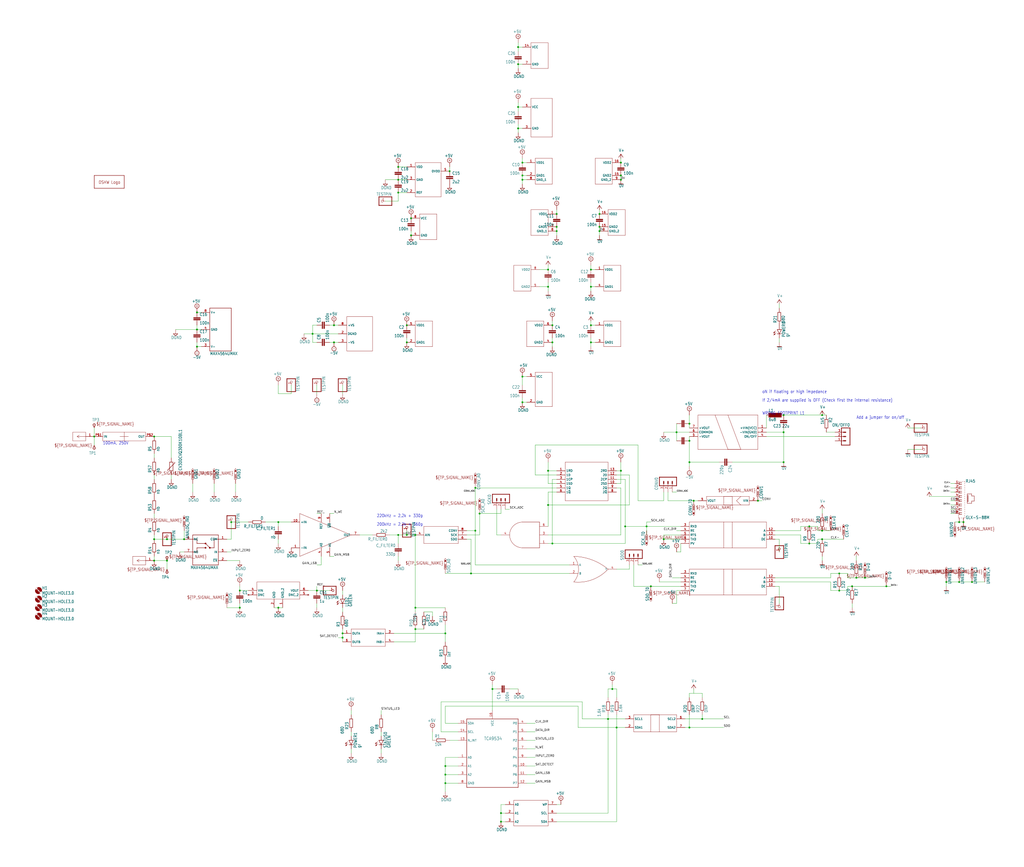
<source format=kicad_sch>
(kicad_sch (version 20230121) (generator eeschema)
  (paper "User" 607.416 514.553)
  (junction (at 330.2 134.62))
  (junction (at 297.18 487.68))
  (junction (at 408.94 261.62))
  (junction (at 236.22 106.68))
  (junction (at 264.16 464.82))
  (junction (at 368.3 104.14))
  (junction (at 571.5 309.88))
  (junction (at 327.66 322.58))
  (junction (at 393.7 320.04))
  (junction (at 281.94 289.56))
  (junction (at 350.52 160.02))
  (junction (at 325.12 160.02))
  (junction (at 401.32 256.54))
  (junction (at 480.06 322.58))
  (junction (at 91.44 259.08))
  (junction (at 203.2 375.92))
  (junction (at 464.82 274.32))
  (junction (at 568.96 309.88))
  (junction (at 116.84 205.74))
  (junction (at 246.38 373.38))
  (junction (at 185.42 198.12))
  (junction (at 246.38 360.68))
  (junction (at 198.12 193.04))
  (junction (at 327.66 193.04))
  (junction (at 309.88 223.52))
  (junction (at 236.22 317.5))
  (junction (at 330.2 127))
  (junction (at 368.3 106.68))
  (junction (at 350.52 193.04))
  (junction (at 487.68 246.38))
  (junction (at 241.3 203.2))
  (junction (at 91.44 332.74))
  (junction (at 368.3 279.4))
  (junction (at 307.34 38.1))
  (junction (at 386.08 347.98))
  (junction (at 198.12 203.2))
  (junction (at 307.34 63.5))
  (junction (at 576.58 345.44))
  (junction (at 330.2 137.16))
  (junction (at 350.52 170.18))
  (junction (at 411.48 297.18))
  (junction (at 370.84 312.42))
  (junction (at 487.68 320.04))
  (junction (at 561.34 345.44))
  (junction (at 264.16 454.66))
  (junction (at 480.06 312.42))
  (junction (at 246.38 317.5))
  (junction (at 416.56 426.72))
  (junction (at 365.76 431.8))
  (junction (at 165.1 360.68))
  (junction (at 284.48 304.8))
  (junction (at 241.3 317.5))
  (junction (at 327.66 203.2))
  (junction (at 355.6 137.16))
  (junction (at 165.1 309.88))
  (junction (at 243.84 139.7))
  (junction (at 297.18 482.6))
  (junction (at 508 342.9))
  (junction (at 408.94 274.32))
  (junction (at 325.12 170.18))
  (junction (at 99.06 332.74))
  (junction (at 350.52 203.2))
  (junction (at 279.4 340.36))
  (junction (at 360.68 426.72))
  (junction (at 116.84 185.42))
  (junction (at 383.54 312.42))
  (junction (at 513.08 342.9))
  (junction (at 137.16 309.88))
  (junction (at 505.46 347.98))
  (junction (at 355.6 134.62))
  (junction (at 307.34 27.94))
  (junction (at 464.82 246.38))
  (junction (at 292.1 408.94))
  (junction (at 487.68 314.96))
  (junction (at 264.16 459.74))
  (junction (at 243.84 129.54))
  (junction (at 307.34 76.2))
  (junction (at 464.82 256.54))
  (junction (at 142.24 350.52))
  (junction (at 203.2 378.46))
  (junction (at 99.06 320.04))
  (junction (at 109.22 320.04))
  (junction (at 325.12 299.72))
  (junction (at 142.24 360.68))
  (junction (at 325.12 279.4))
  (junction (at 241.3 193.04))
  (junction (at 408.94 251.46))
  (junction (at 408.94 431.8))
  (junction (at 55.88 259.08))
  (junction (at 91.44 320.04))
  (junction (at 236.22 99.06))
  (junction (at 264.16 375.92))
  (junction (at 116.84 195.58))
  (junction (at 497.84 350.52))
  (junction (at 497.84 340.36))
  (junction (at 236.22 114.3))
  (junction (at 309.88 96.52))
  (junction (at 355.6 127))
  (junction (at 187.96 350.52))
  (junction (at 568.96 345.44))
  (junction (at 266.7 101.6))
  (junction (at 281.94 314.96))
  (junction (at 363.22 408.94))
  (junction (at 309.88 106.68))
  (junction (at 309.88 104.14))
  (junction (at 525.78 347.98))
  (junction (at 449.58 297.18))
  (junction (at 309.88 238.76))
  (junction (at 368.3 96.52))
  (wire (pts (xy 187.96 233.68) (xy 187.96 228.6)) (stroke (width 0.1524)))
  (wire (pts (xy 401.32 350.52) (xy 401.32 358.14)) (stroke (width 0.1524)))
  (wire (pts (xy 375.92 335.28) (xy 375.92 347.98)) (stroke (width 0.1524)))
  (wire (pts (xy 325.12 279.4) (xy 325.12 274.32)) (stroke (width 0.1524)))
  (wire (pts (xy 330.2 292.1) (xy 325.12 292.1)) (stroke (width 0.1524)))
  (wire (pts (xy 307.34 76.2) (xy 307.34 78.74)) (stroke (width 0.1524)))
  (wire (pts (xy 91.44 307.34) (xy 91.44 304.8)) (stroke (width 0.1524)))
  (wire (pts (xy 492.76 342.9) (xy 459.74 342.9)) (stroke (width 0.1524)))
  (wire (pts (xy 241.3 200.66) (xy 241.3 203.2)) (stroke (width 0.1524)))
  (wire (pts (xy 299.72 487.68) (xy 297.18 487.68)) (stroke (width 0.1524)))
  (wire (pts (xy 264.16 459.74) (xy 264.16 464.82)) (stroke (width 0.1524)))
  (wire (pts (xy 297.18 304.8) (xy 297.18 302.26)) (stroke (width 0.1524)))
  (wire (pts (xy 261.62 416.56) (xy 261.62 434.34)) (stroke (width 0.1524)))
  (wire (pts (xy 434.34 274.32) (xy 464.82 274.32)) (stroke (width 0.1524)))
  (wire (pts (xy 190.5 330.2) (xy 190.5 335.28)) (stroke (width 0.1524)))
  (wire (pts (xy 383.54 314.96) (xy 383.54 312.42)) (stroke (width 0.1524)))
  (wire (pts (xy 485.14 320.04) (xy 487.68 320.04)) (stroke (width 0.1524)))
  (wire (pts (xy 309.88 106.68) (xy 309.88 109.22)) (stroke (width 0.1524)))
  (wire (pts (xy 325.12 292.1) (xy 325.12 299.72)) (stroke (width 0.1524)))
  (wire (pts (xy 350.52 170.18) (xy 350.52 167.64)) (stroke (width 0.1524)))
  (wire (pts (xy 312.42 223.52) (xy 309.88 223.52)) (stroke (width 0.1524)))
  (wire (pts (xy 203.2 360.68) (xy 203.2 363.22)) (stroke (width 0.1524)))
  (wire (pts (xy 91.44 259.08) (xy 101.6 259.08)) (stroke (width 0.1524)))
  (wire (pts (xy 137.16 320.04) (xy 137.16 309.88)) (stroke (width 0.1524)))
  (wire (pts (xy 185.42 203.2) (xy 185.42 198.12)) (stroke (width 0.1524)))
  (wire (pts (xy 165.1 309.88) (xy 165.1 312.42)) (stroke (width 0.1524)))
  (wire (pts (xy 195.58 304.8) (xy 198.12 304.8)) (stroke (width 0.1524)))
  (wire (pts (xy 350.52 190.5) (xy 350.52 193.04)) (stroke (width 0.1524)))
  (wire (pts (xy 342.9 419.1) (xy 342.9 431.8)) (stroke (width 0.1524)))
  (wire (pts (xy 327.66 200.66) (xy 327.66 203.2)) (stroke (width 0.1524)))
  (wire (pts (xy 561.34 345.44) (xy 568.96 345.44)) (stroke (width 0.1524)))
  (wire (pts (xy 462.28 358.14) (xy 462.28 347.98)) (stroke (width 0.1524)))
  (wire (pts (xy 251.46 373.38) (xy 246.38 373.38)) (stroke (width 0.1524)))
  (wire (pts (xy 330.2 139.7) (xy 330.2 137.16)) (stroke (width 0.1524)))
  (wire (pts (xy 502.92 350.52) (xy 502.92 347.98)) (stroke (width 0.1524)))
  (wire (pts (xy 299.72 482.6) (xy 297.18 482.6)) (stroke (width 0.1524)))
  (wire (pts (xy 355.6 134.62) (xy 355.6 137.16)) (stroke (width 0.1524)))
  (wire (pts (xy 408.94 261.62) (xy 408.94 259.08)) (stroke (width 0.1524)))
  (wire (pts (xy 368.3 279.4) (xy 368.3 274.32)) (stroke (width 0.1524)))
  (wire (pts (xy 243.84 137.16) (xy 243.84 139.7)) (stroke (width 0.1524)))
  (wire (pts (xy 495.3 256.54) (xy 490.22 256.54)) (stroke (width 0.1524)))
  (wire (pts (xy 330.2 124.46) (xy 330.2 127)) (stroke (width 0.1524)))
  (wire (pts (xy 203.2 378.46) (xy 203.2 381)) (stroke (width 0.1524)))
  (wire (pts (xy 365.76 414.02) (xy 365.76 408.94)) (stroke (width 0.1524)))
  (wire (pts (xy 368.3 287.02) (xy 368.3 279.4)) (stroke (width 0.1524)))
  (wire (pts (xy 185.42 203.2) (xy 187.96 203.2)) (stroke (width 0.1524)))
  (wire (pts (xy 320.04 170.18) (xy 325.12 170.18)) (stroke (width 0.1524)))
  (wire (pts (xy 408.94 411.48) (xy 411.48 411.48)) (stroke (width 0.1524)))
  (wire (pts (xy 330.2 287.02) (xy 325.12 287.02)) (stroke (width 0.1524)))
  (wire (pts (xy 474.98 312.42) (xy 480.06 312.42)) (stroke (width 0.1524)))
  (wire (pts (xy 208.28 434.34) (xy 208.28 436.88)) (stroke (width 0.1524)))
  (wire (pts (xy 566.42 302.26) (xy 563.88 302.26)) (stroke (width 0.1524)))
  (wire (pts (xy 276.86 317.5) (xy 284.48 317.5)) (stroke (width 0.1524)))
  (wire (pts (xy 403.86 322.58) (xy 403.86 327.66)) (stroke (width 0.1524)))
  (wire (pts (xy 378.46 335.28) (xy 381 335.28)) (stroke (width 0.1524)))
  (wire (pts (xy 408.94 274.32) (xy 408.94 276.86)) (stroke (width 0.1524)))
  (wire (pts (xy 256.54 439.42) (xy 256.54 434.34)) (stroke (width 0.1524)))
  (wire (pts (xy 462.28 327.66) (xy 462.28 320.04)) (stroke (width 0.1524)))
  (wire (pts (xy 330.2 281.94) (xy 317.5 281.94)) (stroke (width 0.1524)))
  (wire (pts (xy 474.98 314.96) (xy 474.98 312.42)) (stroke (width 0.1524)))
  (wire (pts (xy 246.38 381) (xy 246.38 373.38)) (stroke (width 0.1524)))
  (wire (pts (xy 281.94 289.56) (xy 330.2 289.56)) (stroke (width 0.1524)))
  (wire (pts (xy 571.5 309.88) (xy 568.96 309.88)) (stroke (width 0.1524)))
  (wire (pts (xy 246.38 360.68) (xy 246.38 363.22)) (stroke (width 0.1524)))
  (wire (pts (xy 203.2 375.92) (xy 203.2 378.46)) (stroke (width 0.1524)))
  (wire (pts (xy 213.36 317.5) (xy 220.98 317.5)) (stroke (width 0.1524)))
  (wire (pts (xy 350.52 203.2) (xy 350.52 205.74)) (stroke (width 0.1524)))
  (wire (pts (xy 566.42 289.56) (xy 563.88 289.56)) (stroke (width 0.1524)))
  (wire (pts (xy 226.06 444.5) (xy 226.06 447.04)) (stroke (width 0.1524)))
  (wire (pts (xy 411.48 411.48) (xy 411.48 408.94)) (stroke (width 0.1524)))
  (wire (pts (xy 55.88 259.08) (xy 55.88 264.16)) (stroke (width 0.1524)))
  (wire (pts (xy 363.22 408.94) (xy 360.68 408.94)) (stroke (width 0.1524)))
  (wire (pts (xy 383.54 314.96) (xy 383.54 317.5)) (stroke (width 0.1524)))
  (wire (pts (xy 365.76 281.94) (xy 373.38 281.94)) (stroke (width 0.1524)))
  (wire (pts (xy 134.62 327.66) (xy 137.16 327.66)) (stroke (width 0.1524)))
  (wire (pts (xy 398.78 292.1) (xy 401.32 292.1)) (stroke (width 0.1524)))
  (wire (pts (xy 246.38 360.68) (xy 264.16 360.68)) (stroke (width 0.1524)))
  (wire (pts (xy 454.66 246.38) (xy 454.66 254)) (stroke (width 0.1524)))
  (wire (pts (xy 91.44 317.5) (xy 91.44 320.04)) (stroke (width 0.1524)))
  (wire (pts (xy 403.86 342.9) (xy 398.78 342.9)) (stroke (width 0.1524)))
  (wire (pts (xy 233.68 375.92) (xy 264.16 375.92)) (stroke (width 0.1524)))
  (wire (pts (xy 360.68 414.02) (xy 360.68 408.94)) (stroke (width 0.1524)))
  (wire (pts (xy 203.2 233.68) (xy 203.2 228.6)) (stroke (width 0.1524)))
  (wire (pts (xy 327.66 322.58) (xy 370.84 322.58)) (stroke (width 0.1524)))
  (wire (pts (xy 279.4 320.04) (xy 279.4 340.36)) (stroke (width 0.1524)))
  (wire (pts (xy 182.88 350.52) (xy 187.96 350.52)) (stroke (width 0.1524)))
  (wire (pts (xy 408.94 246.38) (xy 408.94 251.46)) (stroke (width 0.1524)))
  (wire (pts (xy 408.94 424.18) (xy 408.94 431.8)) (stroke (width 0.1524)))
  (wire (pts (xy 309.88 228.6) (xy 309.88 223.52)) (stroke (width 0.1524)))
  (wire (pts (xy 294.64 317.5) (xy 297.18 317.5)) (stroke (width 0.1524)))
  (wire (pts (xy 345.44 426.72) (xy 345.44 416.56)) (stroke (width 0.1524)))
  (wire (pts (xy 284.48 317.5) (xy 284.48 304.8)) (stroke (width 0.1524)))
  (wire (pts (xy 309.88 238.76) (xy 309.88 236.22)) (stroke (width 0.1524)))
  (wire (pts (xy 383.54 312.42) (xy 370.84 312.42)) (stroke (width 0.1524)))
  (wire (pts (xy 487.68 246.38) (xy 464.82 246.38)) (stroke (width 0.1524)))
  (wire (pts (xy 208.28 447.04) (xy 208.28 444.5)) (stroke (width 0.1524)))
  (wire (pts (xy 307.34 38.1) (xy 307.34 40.64)) (stroke (width 0.1524)))
  (wire (pts (xy 353.06 170.18) (xy 350.52 170.18)) (stroke (width 0.1524)))
  (wire (pts (xy 360.68 426.72) (xy 345.44 426.72)) (stroke (width 0.1524)))
  (wire (pts (xy 459.74 345.44) (xy 492.76 345.44)) (stroke (width 0.1524)))
  (wire (pts (xy 264.16 375.92) (xy 264.16 381)) (stroke (width 0.1524)))
  (wire (pts (xy 271.78 429.26) (xy 264.16 429.26)) (stroke (width 0.1524)))
  (wire (pts (xy 406.4 426.72) (xy 416.56 426.72)) (stroke (width 0.1524)))
  (wire (pts (xy 474.98 317.5) (xy 474.98 322.58)) (stroke (width 0.1524)))
  (wire (pts (xy 264.16 370.84) (xy 264.16 375.92)) (stroke (width 0.1524)))
  (wire (pts (xy 55.88 259.08) (xy 55.88 254)) (stroke (width 0.1524)))
  (wire (pts (xy 246.38 317.5) (xy 241.3 317.5)) (stroke (width 0.1524)))
  (wire (pts (xy 264.16 464.82) (xy 264.16 469.9)) (stroke (width 0.1524)))
  (wire (pts (xy 350.52 172.72) (xy 350.52 170.18)) (stroke (width 0.1524)))
  (wire (pts (xy 294.64 408.94) (xy 292.1 408.94)) (stroke (width 0.1524)))
  (wire (pts (xy 487.68 302.26) (xy 487.68 304.8)) (stroke (width 0.1524)))
  (wire (pts (xy 350.52 200.66) (xy 350.52 203.2)) (stroke (width 0.1524)))
  (wire (pts (xy 317.5 264.16) (xy 378.46 264.16)) (stroke (width 0.1524)))
  (wire (pts (xy 302.26 408.94) (xy 307.34 408.94)) (stroke (width 0.1524)))
  (wire (pts (xy 312.42 96.52) (xy 309.88 96.52)) (stroke (width 0.1524)))
  (wire (pts (xy 187.96 193.04) (xy 185.42 193.04)) (stroke (width 0.1524)))
  (wire (pts (xy 502.92 347.98) (xy 505.46 347.98)) (stroke (width 0.1524)))
  (wire (pts (xy 505.46 360.68) (xy 505.46 358.14)) (stroke (width 0.1524)))
  (wire (pts (xy 312.42 106.68) (xy 309.88 106.68)) (stroke (width 0.1524)))
  (wire (pts (xy 426.72 274.32) (xy 408.94 274.32)) (stroke (width 0.1524)))
  (wire (pts (xy 408.94 274.32) (xy 408.94 261.62)) (stroke (width 0.1524)))
  (wire (pts (xy 284.48 304.8) (xy 297.18 304.8)) (stroke (width 0.1524)))
  (wire (pts (xy 373.38 281.94) (xy 373.38 299.72)) (stroke (width 0.1524)))
  (wire (pts (xy 198.12 203.2) (xy 200.66 203.2)) (stroke (width 0.1524)))
  (wire (pts (xy 142.24 332.74) (xy 134.62 332.74)) (stroke (width 0.1524)))
  (wire (pts (xy 101.6 271.78) (xy 101.6 259.08)) (stroke (width 0.1524)))
  (wire (pts (xy 462.28 347.98) (xy 459.74 347.98)) (stroke (width 0.1524)))
  (wire (pts (xy 226.06 434.34) (xy 226.06 436.88)) (stroke (width 0.1524)))
  (wire (pts (xy 185.42 193.04) (xy 185.42 198.12)) (stroke (width 0.1524)))
  (wire (pts (xy 264.16 454.66) (xy 264.16 459.74)) (stroke (width 0.1524)))
  (wire (pts (xy 375.92 347.98) (xy 386.08 347.98)) (stroke (width 0.1524)))
  (wire (pts (xy 299.72 302.26) (xy 302.26 302.26)) (stroke (width 0.1524)))
  (wire (pts (xy 233.68 381) (xy 246.38 381)) (stroke (width 0.1524)))
  (wire (pts (xy 312.42 464.82) (xy 317.5 464.82)) (stroke (width 0.1524)))
  (wire (pts (xy 187.96 350.52) (xy 187.96 347.98)) (stroke (width 0.1524)))
  (wire (pts (xy 495.3 259.08) (xy 454.66 259.08)) (stroke (width 0.1524)))
  (wire (pts (xy 393.7 317.5) (xy 393.7 320.04)) (stroke (width 0.1524)))
  (wire (pts (xy 251.46 363.22) (xy 256.54 363.22)) (stroke (width 0.1524)))
  (wire (pts (xy 525.78 347.98) (xy 528.32 347.98)) (stroke (width 0.1524)))
  (wire (pts (xy 502.92 340.36) (xy 502.92 342.9)) (stroke (width 0.1524)))
  (wire (pts (xy 401.32 358.14) (xy 398.78 358.14)) (stroke (width 0.1524)))
  (wire (pts (xy 307.34 60.96) (xy 307.34 63.5)) (stroke (width 0.1524)))
  (wire (pts (xy 307.34 27.94) (xy 307.34 30.48)) (stroke (width 0.1524)))
  (wire (pts (xy 292.1 421.64) (xy 292.1 408.94)) (stroke (width 0.1524)))
  (wire (pts (xy 134.62 320.04) (xy 137.16 320.04)) (stroke (width 0.1524)))
  (wire (pts (xy 576.58 345.44) (xy 568.96 345.44)) (stroke (width 0.1524)))
  (wire (pts (xy 312.42 449.58) (xy 317.5 449.58)) (stroke (width 0.1524)))
  (wire (pts (xy 236.22 106.68) (xy 228.6 106.68)) (stroke (width 0.1524)))
  (wire (pts (xy 365.76 287.02) (xy 368.3 287.02)) (stroke (width 0.1524)))
  (wire (pts (xy 198.12 193.04) (xy 195.58 193.04)) (stroke (width 0.1524)))
  (wire (pts (xy 167.64 360.68) (xy 165.1 360.68)) (stroke (width 0.1524)))
  (wire (pts (xy 281.94 314.96) (xy 281.94 289.56)) (stroke (width 0.1524)))
  (wire (pts (xy 365.76 408.94) (xy 363.22 408.94)) (stroke (width 0.1524)))
  (wire (pts (xy 373.38 335.28) (xy 373.38 337.82)) (stroke (width 0.1524)))
  (wire (pts (xy 299.72 477.52) (xy 297.18 477.52)) (stroke (width 0.1524)))
  (wire (pts (xy 411.48 297.18) (xy 396.24 297.18)) (stroke (width 0.1524)))
  (wire (pts (xy 368.3 289.56) (xy 368.3 317.5)) (stroke (width 0.1524)))
  (wire (pts (xy 408.94 256.54) (xy 401.32 256.54)) (stroke (width 0.1524)))
  (wire (pts (xy 139.7 287.02) (xy 139.7 292.1)) (stroke (width 0.1524)))
  (wire (pts (xy 127 287.02) (xy 127 292.1)) (stroke (width 0.1524)))
  (wire (pts (xy 294.64 302.26) (xy 294.64 317.5)) (stroke (width 0.1524)))
  (wire (pts (xy 312.42 238.76) (xy 309.88 238.76)) (stroke (width 0.1524)))
  (wire (pts (xy 365.76 431.8) (xy 342.9 431.8)) (stroke (width 0.1524)))
  (wire (pts (xy 264.16 429.26) (xy 264.16 419.1)) (stroke (width 0.1524)))
  (wire (pts (xy 165.1 233.68) (xy 172.72 233.68)) (stroke (width 0.1524)))
  (wire (pts (xy 312.42 434.34) (xy 317.5 434.34)) (stroke (width 0.1524)))
  (wire (pts (xy 393.7 292.1) (xy 393.7 297.18)) (stroke (width 0.1524)))
  (wire (pts (xy 576.58 345.44) (xy 584.2 345.44)) (stroke (width 0.1524)))
  (wire (pts (xy 401.32 251.46) (xy 401.32 256.54)) (stroke (width 0.1524)))
  (wire (pts (xy 459.74 317.5) (xy 474.98 317.5)) (stroke (width 0.1524)))
  (wire (pts (xy 561.34 345.44) (xy 561.34 347.98)) (stroke (width 0.1524)))
  (wire (pts (xy 276.86 320.04) (xy 279.4 320.04)) (stroke (width 0.1524)))
  (wire (pts (xy 256.54 363.22) (xy 256.54 365.76)) (stroke (width 0.1524)))
  (wire (pts (xy 365.76 487.68) (xy 330.2 487.68)) (stroke (width 0.1524)))
  (wire (pts (xy 307.34 63.5) (xy 309.88 63.5)) (stroke (width 0.1524)))
  (wire (pts (xy 271.78 464.82) (xy 264.16 464.82)) (stroke (width 0.1524)))
  (wire (pts (xy 330.2 134.62) (xy 330.2 137.16)) (stroke (width 0.1524)))
  (wire (pts (xy 403.86 320.04) (xy 393.7 320.04)) (stroke (width 0.1524)))
  (wire (pts (xy 309.88 76.2) (xy 307.34 76.2)) (stroke (width 0.1524)))
  (wire (pts (xy 330.2 279.4) (xy 325.12 279.4)) (stroke (width 0.1524)))
  (wire (pts (xy 226.06 424.18) (xy 226.06 421.64)) (stroke (width 0.1524)))
  (wire (pts (xy 185.42 198.12) (xy 200.66 198.12)) (stroke (width 0.1524)))
  (wire (pts (xy 365.76 289.56) (xy 368.3 289.56)) (stroke (width 0.1524)))
  (wire (pts (xy 373.38 299.72) (xy 325.12 299.72)) (stroke (width 0.1524)))
  (wire (pts (xy 360.68 426.72) (xy 360.68 482.6)) (stroke (width 0.1524)))
  (wire (pts (xy 236.22 114.3) (xy 241.3 114.3)) (stroke (width 0.1524)))
  (wire (pts (xy 454.66 256.54) (xy 464.82 256.54)) (stroke (width 0.1524)))
  (wire (pts (xy 208.28 424.18) (xy 208.28 421.64)) (stroke (width 0.1524)))
  (wire (pts (xy 492.76 342.9) (xy 492.76 340.36)) (stroke (width 0.1524)))
  (wire (pts (xy 383.54 309.88) (xy 386.08 309.88)) (stroke (width 0.1524)))
  (wire (pts (xy 312.42 459.74) (xy 317.5 459.74)) (stroke (width 0.1524)))
  (wire (pts (xy 345.44 416.56) (xy 261.62 416.56)) (stroke (width 0.1524)))
  (wire (pts (xy 355.6 124.46) (xy 355.6 127)) (stroke (width 0.1524)))
  (wire (pts (xy 408.94 251.46) (xy 408.94 254)) (stroke (width 0.1524)))
  (wire (pts (xy 360.68 426.72) (xy 370.84 426.72)) (stroke (width 0.1524)))
  (wire (pts (xy 327.66 203.2) (xy 327.66 205.74)) (stroke (width 0.1524)))
  (wire (pts (xy 236.22 332.74) (xy 236.22 330.2)) (stroke (width 0.1524)))
  (wire (pts (xy 236.22 317.5) (xy 236.22 322.58)) (stroke (width 0.1524)))
  (wire (pts (xy 459.74 314.96) (xy 474.98 314.96)) (stroke (width 0.1524)))
  (wire (pts (xy 116.84 193.04) (xy 116.84 195.58)) (stroke (width 0.1524)))
  (wire (pts (xy 195.58 350.52) (xy 187.96 350.52)) (stroke (width 0.1524)))
  (wire (pts (xy 365.76 431.8) (xy 370.84 431.8)) (stroke (width 0.1524)))
  (wire (pts (xy 317.5 281.94) (xy 317.5 264.16)) (stroke (width 0.1524)))
  (wire (pts (xy 401.32 256.54) (xy 401.32 261.62)) (stroke (width 0.1524)))
  (wire (pts (xy 203.2 373.38) (xy 203.2 375.92)) (stroke (width 0.1524)))
  (wire (pts (xy 134.62 360.68) (xy 142.24 360.68)) (stroke (width 0.1524)))
  (wire (pts (xy 137.16 309.88) (xy 147.32 309.88)) (stroke (width 0.1524)))
  (wire (pts (xy 109.22 320.04) (xy 99.06 320.04)) (stroke (width 0.1524)))
  (wire (pts (xy 165.1 360.68) (xy 162.56 360.68)) (stroke (width 0.1524)))
  (wire (pts (xy 462.28 200.66) (xy 462.28 203.2)) (stroke (width 0.1524)))
  (wire (pts (xy 320.04 160.02) (xy 325.12 160.02)) (stroke (width 0.1524)))
  (wire (pts (xy 485.14 322.58) (xy 485.14 320.04)) (stroke (width 0.1524)))
  (wire (pts (xy 363.22 408.94) (xy 363.22 406.4)) (stroke (width 0.1524)))
  (wire (pts (xy 370.84 284.48) (xy 365.76 284.48)) (stroke (width 0.1524)))
  (wire (pts (xy 114.3 287.02) (xy 114.3 292.1)) (stroke (width 0.1524)))
  (wire (pts (xy 312.42 444.5) (xy 317.5 444.5)) (stroke (width 0.1524)))
  (wire (pts (xy 327.66 190.5) (xy 327.66 193.04)) (stroke (width 0.1524)))
  (wire (pts (xy 281.94 335.28) (xy 337.82 335.28)) (stroke (width 0.1524)))
  (wire (pts (xy 355.6 137.16) (xy 355.6 139.7)) (stroke (width 0.1524)))
  (wire (pts (xy 449.58 297.18) (xy 452.12 297.18)) (stroke (width 0.1524)))
  (wire (pts (xy 276.86 314.96) (xy 281.94 314.96)) (stroke (width 0.1524)))
  (wire (pts (xy 203.2 350.52) (xy 203.2 353.06)) (stroke (width 0.1524)))
  (wire (pts (xy 566.42 294.64) (xy 551.18 294.64)) (stroke (width 0.1524)))
  (wire (pts (xy 386.08 347.98) (xy 403.86 347.98)) (stroke (width 0.1524)))
  (wire (pts (xy 147.32 350.52) (xy 142.24 350.52)) (stroke (width 0.1524)))
  (wire (pts (xy 368.3 104.14) (xy 368.3 106.68)) (stroke (width 0.1524)))
  (wire (pts (xy 309.88 104.14) (xy 309.88 106.68)) (stroke (width 0.1524)))
  (wire (pts (xy 264.16 419.1) (xy 342.9 419.1)) (stroke (width 0.1524)))
  (wire (pts (xy 165.1 228.6) (xy 165.1 233.68)) (stroke (width 0.1524)))
  (wire (pts (xy 91.44 284.48) (xy 91.44 281.94)) (stroke (width 0.1524)))
  (wire (pts (xy 365.76 431.8) (xy 365.76 424.18)) (stroke (width 0.1524)))
  (wire (pts (xy 497.84 350.52) (xy 502.92 350.52)) (stroke (width 0.1524)))
  (wire (pts (xy 172.72 233.68) (xy 172.72 228.6)) (stroke (width 0.1524)))
  (wire (pts (xy 403.86 317.5) (xy 393.7 317.5)) (stroke (width 0.1524)))
  (wire (pts (xy 142.24 347.98) (xy 142.24 350.52)) (stroke (width 0.1524)))
  (wire (pts (xy 566.42 297.18) (xy 563.88 297.18)) (stroke (width 0.1524)))
  (wire (pts (xy 325.12 160.02) (xy 325.12 157.48)) (stroke (width 0.1524)))
  (wire (pts (xy 271.78 449.58) (xy 264.16 449.58)) (stroke (width 0.1524)))
  (wire (pts (xy 408.94 414.02) (xy 408.94 411.48)) (stroke (width 0.1524)))
  (wire (pts (xy 490.22 246.38) (xy 487.68 246.38)) (stroke (width 0.1524)))
  (wire (pts (xy 165.1 320.04) (xy 165.1 322.58)) (stroke (width 0.1524)))
  (wire (pts (xy 241.3 314.96) (xy 241.3 317.5)) (stroke (width 0.1524)))
  (wire (pts (xy 546.1 254) (xy 538.48 254)) (stroke (width 0.1524)))
  (wire (pts (xy 271.78 454.66) (xy 264.16 454.66)) (stroke (width 0.1524)))
  (wire (pts (xy 480.06 322.58) (xy 485.14 322.58)) (stroke (width 0.1524)))
  (wire (pts (xy 546.1 266.7) (xy 538.48 266.7)) (stroke (width 0.1524)))
  (wire (pts (xy 246.38 317.5) (xy 246.38 360.68)) (stroke (width 0.1524)))
  (wire (pts (xy 261.62 434.34) (xy 271.78 434.34)) (stroke (width 0.1524)))
  (wire (pts (xy 568.96 309.88) (xy 566.42 309.88)) (stroke (width 0.1524)))
  (wire (pts (xy 487.68 314.96) (xy 492.76 314.96)) (stroke (width 0.1524)))
  (wire (pts (xy 487.68 320.04) (xy 500.38 320.04)) (stroke (width 0.1524)))
  (wire (pts (xy 403.86 312.42) (xy 383.54 312.42)) (stroke (width 0.1524)))
  (wire (pts (xy 231.14 317.5) (xy 236.22 317.5)) (stroke (width 0.1524)))
  (wire (pts (xy 353.06 193.04) (xy 350.52 193.04)) (stroke (width 0.1524)))
  (wire (pts (xy 513.08 342.9) (xy 515.62 342.9)) (stroke (width 0.1524)))
  (wire (pts (xy 312.42 454.66) (xy 317.5 454.66)) (stroke (width 0.1524)))
  (wire (pts (xy 309.88 93.98) (xy 309.88 96.52)) (stroke (width 0.1524)))
  (wire (pts (xy 566.42 292.1) (xy 563.88 292.1)) (stroke (width 0.1524)))
  (wire (pts (xy 104.14 195.58) (xy 116.84 195.58)) (stroke (width 0.1524)))
  (wire (pts (xy 508 330.2) (xy 508 332.74)) (stroke (width 0.1524)))
  (wire (pts (xy 312.42 429.26) (xy 317.5 429.26)) (stroke (width 0.1524)))
  (wire (pts (xy 165.1 309.88) (xy 172.72 309.88)) (stroke (width 0.1524)))
  (wire (pts (xy 116.84 185.42) (xy 119.38 185.42)) (stroke (width 0.1524)))
  (wire (pts (xy 325.12 172.72) (xy 325.12 170.18)) (stroke (width 0.1524)))
  (wire (pts (xy 142.24 360.68) (xy 142.24 358.14)) (stroke (width 0.1524)))
  (wire (pts (xy 307.34 63.5) (xy 307.34 66.04)) (stroke (width 0.1524)))
  (wire (pts (xy 566.42 287.02) (xy 563.88 287.02)) (stroke (width 0.1524)))
  (wire (pts (xy 474.98 322.58) (xy 480.06 322.58)) (stroke (width 0.1524)))
  (wire (pts (xy 157.48 309.88) (xy 165.1 309.88)) (stroke (width 0.1524)))
  (wire (pts (xy 180.34 198.12) (xy 185.42 198.12)) (stroke (width 0.1524)))
  (wire (pts (xy 403.86 350.52) (xy 401.32 350.52)) (stroke (width 0.1524)))
  (wire (pts (xy 396.24 297.18) (xy 396.24 292.1)) (stroke (width 0.1524)))
  (wire (pts (xy 393.7 297.18) (xy 378.46 297.18)) (stroke (width 0.1524)))
  (wire (pts (xy 198.12 203.2) (xy 195.58 203.2)) (stroke (width 0.1524)))
  (wire (pts (xy 360.68 426.72) (xy 360.68 424.18)) (stroke (width 0.1524)))
  (wire (pts (xy 99.06 337.82) (xy 99.06 332.74)) (stroke (width 0.1524)))
  (wire (pts (xy 373.38 337.82) (xy 365.76 337.82)) (stroke (width 0.1524)))
  (wire (pts (xy 236.22 106.68) (xy 241.3 106.68)) (stroke (width 0.1524)))
  (wire (pts (xy 271.78 459.74) (xy 264.16 459.74)) (stroke (width 0.1524)))
  (wire (pts (xy 353.06 160.02) (xy 350.52 160.02)) (stroke (width 0.1524)))
  (wire (pts (xy 116.84 203.2) (xy 116.84 205.74)) (stroke (width 0.1524)))
  (wire (pts (xy 307.34 73.66) (xy 307.34 76.2)) (stroke (width 0.1524)))
  (wire (pts (xy 411.48 411.48) (xy 416.56 411.48)) (stroke (width 0.1524)))
  (wire (pts (xy 370.84 312.42) (xy 370.84 284.48)) (stroke (width 0.1524)))
  (wire (pts (xy 502.92 342.9) (xy 508 342.9)) (stroke (width 0.1524)))
  (wire (pts (xy 497.84 340.36) (xy 502.92 340.36)) (stroke (width 0.1524)))
  (wire (pts (xy 401.32 256.54) (xy 393.7 256.54)) (stroke (width 0.1524)))
  (wire (pts (xy 459.74 320.04) (xy 462.28 320.04)) (stroke (width 0.1524)))
  (wire (pts (xy 307.34 25.4) (xy 307.34 27.94)) (stroke (width 0.1524)))
  (wire (pts (xy 416.56 411.48) (xy 416.56 414.02)) (stroke (width 0.1524)))
  (wire (pts (xy 203.2 378.46) (xy 200.66 378.46)) (stroke (width 0.1524)))
  (wire (pts (xy 403.86 314.96) (xy 401.32 314.96)) (stroke (width 0.1524)))
  (wire (pts (xy 101.6 281.94) (xy 101.6 284.48)) (stroke (width 0.1524)))
  (wire (pts (xy 309.88 104.14) (xy 312.42 104.14)) (stroke (width 0.1524)))
  (wire (pts (xy 370.84 322.58) (xy 370.84 312.42)) (stroke (width 0.1524)))
  (wire (pts (xy 241.3 317.5) (xy 236.22 317.5)) (stroke (width 0.1524)))
  (wire (pts (xy 480.06 312.42) (xy 485.14 312.42)) (stroke (width 0.1524)))
  (wire (pts (xy 99.06 320.04) (xy 91.44 320.04)) (stroke (width 0.1524)))
  (wire (pts (xy 292.1 408.94) (xy 292.1 406.4)) (stroke (width 0.1524)))
  (wire (pts (xy 297.18 482.6) (xy 297.18 477.52)) (stroke (width 0.1524)))
  (wire (pts (xy 508 342.9) (xy 513.08 342.9)) (stroke (width 0.1524)))
  (wire (pts (xy 350.52 203.2) (xy 353.06 203.2)) (stroke (width 0.1524)))
  (wire (pts (xy 416.56 426.72) (xy 429.26 426.72)) (stroke (width 0.1524)))
  (wire (pts (xy 416.56 424.18) (xy 416.56 426.72)) (stroke (width 0.1524)))
  (wire (pts (xy 378.46 264.16) (xy 378.46 297.18)) (stroke (width 0.1524)))
  (wire (pts (xy 566.42 299.72) (xy 563.88 299.72)) (stroke (width 0.1524)))
  (wire (pts (xy 325.12 170.18) (xy 325.12 167.64)) (stroke (width 0.1524)))
  (wire (pts (xy 109.22 314.96) (xy 109.22 320.04)) (stroke (width 0.1524)))
  (wire (pts (xy 485.14 314.96) (xy 487.68 314.96)) (stroke (width 0.1524)))
  (wire (pts (xy 505.46 347.98) (xy 525.78 347.98)) (stroke (width 0.1524)))
  (wire (pts (xy 330.2 284.48) (xy 327.66 284.48)) (stroke (width 0.1524)))
  (wire (pts (xy 312.42 439.42) (xy 317.5 439.42)) (stroke (width 0.1524)))
  (wire (pts (xy 236.22 99.06) (xy 241.3 99.06)) (stroke (width 0.1524)))
  (wire (pts (xy 266.7 439.42) (xy 271.78 439.42)) (stroke (width 0.1524)))
  (wire (pts (xy 365.76 431.8) (xy 365.76 487.68)) (stroke (width 0.1524)))
  (wire (pts (xy 91.44 332.74) (xy 99.06 332.74)) (stroke (width 0.1524)))
  (wire (pts (xy 492.76 350.52) (xy 497.84 350.52)) (stroke (width 0.1524)))
  (wire (pts (xy 190.5 304.8) (xy 187.96 304.8)) (stroke (width 0.1524)))
  (wire (pts (xy 487.68 332.74) (xy 487.68 330.2)) (stroke (width 0.1524)))
  (wire (pts (xy 297.18 487.68) (xy 297.18 482.6)) (stroke (width 0.1524)))
  (wire (pts (xy 281.94 314.96) (xy 281.94 335.28)) (stroke (width 0.1524)))
  (wire (pts (xy 566.42 304.8) (xy 563.88 304.8)) (stroke (width 0.1524)))
  (wire (pts (xy 236.22 114.3) (xy 236.22 119.38)) (stroke (width 0.1524)))
  (wire (pts (xy 91.44 332.74) (xy 91.44 330.2)) (stroke (width 0.1524)))
  (wire (pts (xy 266.7 99.06) (xy 266.7 101.6)) (stroke (width 0.1524)))
  (wire (pts (xy 492.76 340.36) (xy 497.84 340.36)) (stroke (width 0.1524)))
  (wire (pts (xy 464.82 274.32) (xy 464.82 256.54)) (stroke (width 0.1524)))
  (wire (pts (xy 368.3 317.5) (xy 325.12 317.5)) (stroke (width 0.1524)))
  (wire (pts (xy 414.02 297.18) (xy 411.48 297.18)) (stroke (width 0.1524)))
  (wire (pts (xy 109.22 327.66) (xy 106.68 327.66)) (stroke (width 0.1524)))
  (wire (pts (xy 309.88 38.1) (xy 307.34 38.1)) (stroke (width 0.1524)))
  (wire (pts (xy 485.14 312.42) (xy 485.14 314.96)) (stroke (width 0.1524)))
  (wire (pts (xy 264.16 449.58) (xy 264.16 454.66)) (stroke (width 0.1524)))
  (wire (pts (xy 195.58 330.2) (xy 198.12 330.2)) (stroke (width 0.1524)))
  (wire (pts (xy 492.76 345.44) (xy 492.76 350.52)) (stroke (width 0.1524)))
  (wire (pts (xy 365.76 279.4) (xy 368.3 279.4)) (stroke (width 0.1524)))
  (wire (pts (xy 190.5 335.28) (xy 187.96 335.28)) (stroke (width 0.1524)))
  (wire (pts (xy 383.54 312.42) (xy 383.54 309.88)) (stroke (width 0.1524)))
  (wire (pts (xy 462.28 180.34) (xy 462.28 182.88)) (stroke (width 0.1524)))
  (wire (pts (xy 187.96 358.14) (xy 187.96 360.68)) (stroke (width 0.1524)))
  (wire (pts (xy 236.22 119.38) (xy 228.6 119.38)) (stroke (width 0.1524)))
  (wire (pts (xy 408.94 431.8) (xy 429.26 431.8)) (stroke (width 0.1524)))
  (wire (pts (xy 119.38 205.74) (xy 116.84 205.74)) (stroke (width 0.1524)))
  (wire (pts (xy 327.66 284.48) (xy 327.66 322.58)) (stroke (width 0.1524)))
  (wire (pts (xy 403.86 327.66) (xy 401.32 327.66)) (stroke (width 0.1524)))
  (wire (pts (xy 198.12 193.04) (xy 200.66 193.04)) (stroke (width 0.1524)))
  (wire (pts (xy 464.82 254) (xy 464.82 256.54)) (stroke (width 0.1524)))
  (wire (pts (xy 406.4 431.8) (xy 408.94 431.8)) (stroke (width 0.1524)))
  (wire (pts (xy 360.68 482.6) (xy 330.2 482.6)) (stroke (width 0.1524)))
  (wire (pts (xy 307.34 27.94) (xy 309.88 27.94)) (stroke (width 0.1524)))
  (wire (pts (xy 368.3 93.98) (xy 368.3 96.52)) (stroke (width 0.1524)))
  (wire (pts (xy 403.86 345.44) (xy 391.16 345.44)) (stroke (width 0.1524)))
  (wire (pts (xy 325.12 322.58) (xy 327.66 322.58)) (stroke (width 0.1524)))
  (wire (pts (xy 264.16 340.36) (xy 279.4 340.36)) (stroke (width 0.1524)))
  (wire (pts (xy 325.12 299.72) (xy 325.12 312.42)) (stroke (width 0.1524)))
  (wire (pts (xy 116.84 195.58) (xy 119.38 195.58)) (stroke (width 0.1524)))
  (wire (pts (xy 279.4 340.36) (xy 337.82 340.36)) (stroke (width 0.1524)))
  (wire (pts (xy 350.52 160.02) (xy 350.52 157.48)) (stroke (width 0.1524)))
  (wire (pts (xy 91.44 269.24) (xy 91.44 271.78)) (stroke (width 0.1524)))
  (wire (pts (xy 330.2 477.52) (xy 332.74 477.52)) (stroke (width 0.1524)))
  (wire (pts (xy 325.12 287.02) (xy 325.12 279.4)) (stroke (width 0.1524)))
  (text "220kHz = 2.2k + 330p" (at 223.52 307.34 0) (effects (font (size 1.778 1.5113)) (justify left bottom)))
  (text "WRONG FOOTPRINT L1" (at 452.12 246.38 0) (effects (font (size 1.778 1.5113)) (justify left bottom)))
  (text "If 2/4mA are supplied is OFF (Check first the internal resistance)" (at 452.12 238.76 0) (effects (font (size 1.778 1.5113)) (justify left bottom)))
  (text "Add a jumper for on/off" (at 508 248.92 0) (effects (font (size 1.778 1.5113)) (justify left bottom)))
  (text "100mA, 250V" (at 60.96 264.16 0) (effects (font (size 1.778 1.5113)) (justify left bottom)))
  (text "oN if floating or high impedance" (at 452.12 233.68 0) (effects (font (size 1.778 1.5113)) (justify left bottom)))
  (text "200kHz = 2.2k + 360p" (at 223.52 312.42 0) (effects (font (size 1.778 1.5113)) (justify left bottom)))
  (label "CLK-" (at 492.76 320.04 0) (effects (font (size 1.2446 1.2446))))
  (label "0V" (at 368.3 106.68 0) (effects (font (size 1.2446 1.2446))))
  (label "CONV_ADC" (at 281.94 292.1 180) (effects (font (size 0.889 0.889))))
  (label "SCL" (at 563.88 302.26 0) (effects (font (size 1.2446 1.2446))))
  (label "SCL" (at 429.26 426.72 0) (effects (font (size 1.2446 1.2446))))
  (label "CLK-" (at 563.88 289.56 180) (effects (font (size 0.889 0.889))))
  (label "SDO_ADC" (at 381 335.28 0) (effects (font (size 0.889 0.889))))
  (label "STATUS_LED" (at 226.06 421.64 0) (effects (font (size 1.2446 1.2446))))
  (label "SCK_ADC" (at 302.26 302.26 0) (effects (font (size 1.2446 1.2446))))
  (label "CONV" (at 563.88 297.18 0) (effects (font (size 1.2446 1.2446))))
  (label "GAIN_LSB" (at 187.96 335.28 180) (effects (font (size 1.2446 1.2446))))
  (label "CLK_DIR" (at 401.32 314.96 180) (effects (font (size 1.2446 1.2446))))
  (label "0V" (at 355.6 137.16 0) (effects (font (size 1.2446 1.2446))))
  (label "SAT_DETECT" (at 317.5 454.66 0) (effects (font (size 1.2446 1.2446))))
  (label "N_WE" (at 317.5 444.5 0) (effects (font (size 1.2446 1.2446))))
  (label "DATA_DIR" (at 317.5 434.34 0) (effects (font (size 1.2446 1.2446))))
  (label "SDO" (at 563.88 304.8 0) (effects (font (size 1.2446 1.2446))))
  (label "DATA+" (at 563.88 299.72 180) (effects (font (size 0.889 0.889))))
  (label "INPUT_ZERO" (at 317.5 449.58 0) (effects (font (size 1.2446 1.2446))))
  (label "GAIN_MSB" (at 317.5 464.82 0) (effects (font (size 1.2446 1.2446))))
  (label "CLK_DIR" (at 317.5 429.26 0) (effects (font (size 1.2446 1.2446))))
  (label "CLK+" (at 492.76 314.96 0) (effects (font (size 1.2446 1.2446))))
  (label "CONV" (at 452.12 297.18 0) (effects (font (size 1.2446 1.2446))))
  (label "DATA_DIR" (at 398.78 342.9 90) (effects (font (size 1.2446 1.2446))))
  (label "REF_" (at 187.96 304.8 0) (effects (font (size 1.2446 1.2446))))
  (label "GAIN_MSB" (at 198.12 330.2 0) (effects (font (size 1.2446 1.2446))))
  (label "DATA-" (at 563.88 292.1 180) (effects (font (size 0.889 0.889))))
  (label "SCK_ADC" (at 386.08 309.88 0) (effects (font (size 1.2446 1.2446))))
  (label "DATA-" (at 528.32 347.98 0) (effects (font (size 0.889 0.889))))
  (label "N_WE" (at 198.12 304.8 0) (effects (font (size 1.2446 1.2446))))
  (label "SAT_DETECT" (at 200.66 378.46 180) (effects (font (size 1.2446 1.2446))))
  (label "REF_" (at 187.96 347.98 0) (effects (font (size 1.2446 1.2446))))
  (label "CONV_ADC" (at 401.32 292.1 0) (effects (font (size 0.889 0.889))))
  (label "INPUT_ZERO" (at 137.16 327.66 0) (effects (font (size 1.2446 1.2446))))
  (label "STATUS_LED" (at 317.5 439.42 0) (effects (font (size 1.2446 1.2446))))
  (label "SDO_ADC" (at 279.4 335.28 180) (effects (font (size 0.889 0.889))))
  (label "SDO" (at 429.26 431.8 0) (effects (font (size 1.2446 1.2446))))
  (label ">ADC" (at 238.76 317.5 0) (effects (font (size 1.2446 1.2446))))
  (label "GAIN_LSB" (at 317.5 459.74 0) (effects (font (size 1.2446 1.2446))))
  (label "DATA+" (at 515.62 342.9 0) (effects (font (size 0.889 0.889))))
  (label "CLK+" (at 563.88 287.02 180) (effects (font (size 0.889 0.889))))
  (symbol (lib_id "analog-in-eagle-import:ADUM1251WARZ") (at 388.62 429.26 0) (mirror x) (unit 1)
    (property "Reference" "I2C0" (effects hide))
    (property "Value" "ADUM1251WARZ" (effects hide))
    (property "Footprint" "analog-in:R_8_ADI" (effects hide))
    (property "DIGIKEY" "ADUM1251ARZ-RL7TR-ND" (effects hide))
  )
  (symbol (lib_id "analog-in-eagle-import:+5V") (at 350.52 154.94 0) (mirror y) (unit 1)
    (property "Reference" "#SUPPLY29" (effects hide))
    (property "Value" "+5V" (at 352.425 151.765 0) (effects (font (size 1.778 1.5113)) (justify left bottom)))
  )
  (symbol (lib_id "analog-in-eagle-import:0V") (at 538.48 269.24 0) (unit 1)
    (property "Reference" "#SUPPLY74" (effects hide))
    (property "Value" "0V" (at 537.337 271.272 0) (effects (font (size 1.778 1.5113)) (justify left bottom)))
  )
  (symbol (lib_id "analog-in-eagle-import:LEDSML0805") (at 208.28 439.42 0) (unit 1)
    (property "Reference" "POWER1" (at 211.836 443.992 90) (effects (font (size 1.778 1.5113)) (justify left bottom)))
    (property "Value" "gr" (at 213.995 443.992 90) (effects (font (size 1.778 1.5113)) (justify left bottom)))
    (property "Footprint" "analog-in:SML0805" (effects hide))
    (property "DIGIKEY" "LTST-C170GKT" (effects hide))
  )
  (symbol (lib_id "analog-in-eagle-import:R-EU_R0805") (at 91.44 325.12 90) (unit 1)
    (property "Reference" "R14" (at 89.9414 328.93 0) (effects (font (size 1.778 1.5113)) (justify left bottom)))
    (property "Value" "nb" (at 94.742 328.93 0) (effects (font (size 1.778 1.5113)) (justify left bottom)))
    (property "Footprint" "analog-in:R0805" (effects hide))
    (property "MOUSER" "check config" (effects hide))
  )
  (symbol (lib_id "analog-in-eagle-import:TESTPIN") (at 462.28 325.12 90) (unit 1)
    (property "Reference" "DE_CLK0" (effects hide))
    (property "Value" "TESTPIN" (at 467.36 331.47 0) (effects (font (size 1.778 1.5113)) (justify left bottom)))
    (property "Footprint" "analog-in:1X01" (effects hide))
  )
  (symbol (lib_id "analog-in-eagle-import:resistor_R-EU_R0805") (at 360.68 419.1 90) (unit 1)
    (property "Reference" "R18" (at 359.1814 422.91 0) (effects (font (size 1.778 1.5113)) (justify left bottom)))
    (property "Value" "1.6k" (at 356.362 425.45 0) (effects (font (size 1.778 1.5113)) (justify left bottom)))
    (property "Footprint" "analog-in:R0805" (effects hide))
  )
  (symbol (lib_id "analog-in-eagle-import:+5V") (at 332.74 474.98 0) (mirror y) (unit 1)
    (property "Reference" "#SUPPLY46" (effects hide))
    (property "Value" "+5V" (at 334.645 471.805 0) (effects (font (size 1.778 1.5113)) (justify left bottom)))
  )
  (symbol (lib_id "analog-in-eagle-import:0508.500MXEP") (at 73.66 259.08 0) (unit 1)
    (property "Reference" "U$1" (effects hide))
    (property "Value" "0508.500MXEP" (effects hide))
    (property "Footprint" "analog-in:0508.500MXEP" (effects hide))
    (property "DIGIKEY" "283-4458-1-ND" (effects hide))
  )
  (symbol (lib_id "analog-in-eagle-import:+5V") (at 307.34 58.42 0) (mirror y) (unit 1)
    (property "Reference" "#SUPPLY66" (effects hide))
    (property "Value" "+5V" (at 309.245 55.245 0) (effects (font (size 1.778 1.5113)) (justify left bottom)))
  )
  (symbol (lib_id "analog-in-eagle-import:TPSTP20SQ") (at 55.88 266.7 180) (unit 1)
    (property "Reference" "TP1" (at 57.15 267.97 0) (effects (font (size 1.778 1.5113)) (justify left bottom)))
    (property "Value" "TPSTP20SQ" (effects hide))
    (property "Footprint" "analog-in:TP20SQ" (effects hide))
  )
  (symbol (lib_id "analog-in-eagle-import:PTR1B1,27") (at 576.58 342.9 180) (unit 1)
    (property "Reference" "UNK0V_3" (at 577.596 336.55 90) (effects (font (size 1.778 1.5113)) (justify left bottom)))
    (property "Value" "PTR1B1,27" (effects hide))
    (property "Footprint" "analog-in:B1,27" (effects hide))
  )
  (symbol (lib_id "analog-in-eagle-import:DGND") (at 101.6 287.02 0) (unit 1)
    (property "Reference" "#SUPPLY82" (effects hide))
    (property "Value" "DGND" (at 98.933 290.195 0) (effects (font (size 1.778 1.5113)) (justify left bottom)))
  )
  (symbol (lib_id "analog-in-eagle-import:C-EUC0805K") (at 350.52 162.56 0) (mirror y) (unit 1)
    (property "Reference" "C12" (at 348.996 162.179 0) (effects (font (size 1.778 1.5113)) (justify left bottom)))
    (property "Value" "100n" (at 348.996 167.259 0) (effects (font (size 1.778 1.5113)) (justify left bottom)))
    (property "Footprint" "analog-in:C0805K" (effects hide))
    (property "DIGIKEY" "478-7962-1-ND" (effects hide))
  )
  (symbol (lib_id "analog-in-eagle-import:R-EU_R0805") (at 487.68 325.12 270) (unit 1)
    (property "Reference" "R7" (at 489.1786 321.31 0) (effects (font (size 1.778 1.5113)) (justify left bottom)))
    (property "Value" "220" (at 484.378 321.31 0) (effects (font (size 1.778 1.5113)) (justify left bottom)))
    (property "Footprint" "analog-in:R0805" (effects hide))
    (property "DIGIKEY" "Y1624195R000Q9R-ND" (effects hide))
  )
  (symbol (lib_id "analog-in-eagle-import:+5V") (at 243.84 127 0) (mirror y) (unit 1)
    (property "Reference" "#SUPPLY2" (effects hide))
    (property "Value" "+5V" (at 245.745 123.825 0) (effects (font (size 1.778 1.5113)) (justify left bottom)))
  )
  (symbol (lib_id "analog-in-eagle-import:resistor_R-EU_R0805") (at 226.06 429.26 90) (unit 1)
    (property "Reference" "R8" (at 224.5614 433.07 0) (effects (font (size 1.778 1.5113)) (justify left bottom)))
    (property "Value" "680" (at 221.742 435.61 0) (effects (font (size 1.778 1.5113)) (justify left bottom)))
    (property "Footprint" "analog-in:R0805" (effects hide))
  )
  (symbol (lib_id "analog-in-eagle-import:+5V") (at 330.2 121.92 0) (mirror y) (unit 1)
    (property "Reference" "#SUPPLY33" (effects hide))
    (property "Value" "+5V" (at 332.105 118.745 0) (effects (font (size 1.778 1.5113)) (justify left bottom)))
  )
  (symbol (lib_id "analog-in-eagle-import:ADM2486BRWZ-REEL") (at 358.14 101.6 0) (unit 3)
    (property "Reference" "SERIAL_DATA0" (effects hide))
    (property "Value" "ADM2486BRWZ-REEL" (effects hide))
    (property "Footprint" "analog-in:RW_16_ADI" (effects hide))
    (property "DIGIKEY" "ADM2486BRWZ-REELTR-ND" (effects hide))
  )
  (symbol (lib_id "analog-in-eagle-import:PTR1B1,27") (at 449.58 294.64 180) (unit 1)
    (property "Reference" "CONV1" (at 450.596 288.29 90) (effects (font (size 1.778 1.5113)) (justify left bottom)))
    (property "Value" "PTR1B1,27" (effects hide))
    (property "Footprint" "analog-in:B1,27" (effects hide))
  )
  (symbol (lib_id "analog-in-eagle-import:ADM2486BRWZ-REEL") (at 365.76 132.08 0) (mirror y) (unit 3)
    (property "Reference" "SERIAL_CLOCK0" (effects hide))
    (property "Value" "ADM2486BRWZ-REEL" (effects hide))
    (property "Footprint" "analog-in:RW_16_ADI" (effects hide))
    (property "DIGIKEY" "ADM2486BRWZ-REELTR-ND" (effects hide))
  )
  (symbol (lib_id "analog-in-eagle-import:V+") (at 538.48 251.46 0) (unit 1)
    (property "Reference" "#SUPPLY73" (effects hide))
    (property "Value" "V+" (at 537.21 250.19 0) (effects (font (size 1.778 1.5113)) (justify left bottom)))
  )
  (symbol (lib_id "analog-in-eagle-import:-5V") (at 408.94 279.4 0) (unit 1)
    (property "Reference" "#SUPPLY11" (effects hide))
    (property "Value" "-5V" (at 406.4 284.099 0) (effects (font (size 1.778 1.5113)) (justify left bottom)))
  )
  (symbol (lib_id "analog-in-eagle-import:MA03-1") (at 375.92 327.66 90) (mirror x) (unit 1)
    (property "Reference" "SDO0" (at 370.078 326.39 0) (effects (font (size 1.778 1.5113)) (justify left bottom)))
    (property "Value" "MA03-1" (effects hide))
    (property "Footprint" "analog-in:MA03-1" (effects hide))
    (property "DIGIKEY" "732-5316-ND" (effects hide))
  )
  (symbol (lib_id "analog-in-eagle-import:C-EUC0805K") (at 307.34 33.02 0) (mirror y) (unit 1)
    (property "Reference" "C26" (at 305.816 32.639 0) (effects (font (size 1.778 1.5113)) (justify left bottom)))
    (property "Value" "100n" (at 305.816 37.719 0) (effects (font (size 1.778 1.5113)) (justify left bottom)))
    (property "Footprint" "analog-in:C0805K" (effects hide))
    (property "DIGIKEY" "478-7962-1-ND" (effects hide))
  )
  (symbol (lib_id "analog-in-eagle-import:V+") (at 487.68 243.84 0) (unit 1)
    (property "Reference" "#SUPPLY7" (effects hide))
    (property "Value" "V+" (at 486.41 242.57 0) (effects (font (size 1.778 1.5113)) (justify left bottom)))
  )
  (symbol (lib_id "analog-in-eagle-import:R-EU_R0805") (at 203.2 368.3 90) (unit 1)
    (property "Reference" "R3" (at 201.7014 372.11 0) (effects (font (size 1.778 1.5113)) (justify left bottom)))
    (property "Value" "680" (at 206.502 372.11 0) (effects (font (size 1.778 1.5113)) (justify left bottom)))
    (property "Footprint" "analog-in:R0805" (effects hide))
    (property "DIGIKEY" "A129747TR-ND" (effects hide))
    (property "MOUSER" "652-CR0805JW-561ELF " (effects hide))
  )
  (symbol (lib_id "analog-in-eagle-import:DGND") (at 241.3 205.74 0) (unit 1)
    (property "Reference" "#SUPPLY1" (effects hide))
    (property "Value" "DGND" (at 238.633 208.915 0) (effects (font (size 1.778 1.5113)) (justify left bottom)))
  )
  (symbol (lib_id "analog-in-eagle-import:-5V") (at 116.84 208.28 0) (unit 1)
    (property "Reference" "#SUPPLY15" (effects hide))
    (property "Value" "-5V" (at 114.3 212.979 0) (effects (font (size 1.778 1.5113)) (justify left bottom)))
  )
  (symbol (lib_id "analog-in-eagle-import:+5V") (at 198.12 190.5 0) (mirror y) (unit 1)
    (property "Reference" "#SUPPLY32" (effects hide))
    (property "Value" "+5V" (at 200.025 187.325 0) (effects (font (size 1.778 1.5113)) (justify left bottom)))
  )
  (symbol (lib_id "analog-in-eagle-import:ADCMP670-1YUJZ-RL7") (at 251.46 198.12 0) (unit 2)
    (property "Reference" "SATURATION_DETECT0" (effects hide))
    (property "Value" "ADCMP670-1YUJZ-RL7" (effects hide))
    (property "Footprint" "analog-in:UJ_6_ADI" (effects hide))
    (property "DIGIKEY" "ADCMP670-1YUJZ-RL7TR-ND" (effects hide))
  )
  (symbol (lib_id "analog-in-eagle-import:R-EU_R1206") (at 91.44 312.42 90) (unit 1)
    (property "Reference" "R4" (at 89.9414 316.23 0) (effects (font (size 1.778 1.5113)) (justify left bottom)))
    (property "Value" "nb" (at 94.742 316.23 0) (effects (font (size 1.778 1.5113)) (justify left bottom)))
    (property "Footprint" "analog-in:R1206" (effects hide))
    (property "MOUSER" "check config" (effects hide))
  )
  (symbol (lib_id "analog-in-eagle-import:PTR1B1,27") (at 264.16 337.82 180) (unit 1)
    (property "Reference" "SDO_A0" (at 265.176 331.47 90) (effects (font (size 1.778 1.5113)) (justify left bottom)))
    (property "Value" "PTR1B1,27" (effects hide))
    (property "Footprint" "analog-in:B1,27" (effects hide))
  )
  (symbol (lib_id "analog-in-eagle-import:C-EUC1206") (at 464.82 251.46 180) (unit 1)
    (property "Reference" "C23" (at 463.296 251.841 0) (effects (font (size 1.778 1.5113)) (justify left bottom)))
    (property "Value" "22u" (at 468.376 251.841 0) (effects (font (size 1.778 1.5113)) (justify left bottom)))
    (property "Footprint" "analog-in:C1206" (effects hide))
    (property "DIGIKEY" "399-17625-1-ND" (effects hide))
  )
  (symbol (lib_id "analog-in-eagle-import:R-EU_R0805") (at 480.06 317.5 90) (unit 1)
    (property "Reference" "R9" (at 478.5614 321.31 0) (effects (font (size 1.778 1.5113)) (justify left bottom)))
    (property "Value" "120" (at 483.362 321.31 0) (effects (font (size 1.778 1.5113)) (justify left bottom)))
    (property "Footprint" "analog-in:R0805" (effects hide))
    (property "DIGIKEY" "Y1629-120DTR-ND" (effects hide))
  )
  (symbol (lib_id "analog-in-eagle-import:ADM2486BRWZ-REEL") (at 322.58 101.6 0) (unit 2)
    (property "Reference" "SERIAL_DATA0" (effects hide))
    (property "Value" "ADM2486BRWZ-REEL" (effects hide))
    (property "Footprint" "analog-in:RW_16_ADI" (effects hide))
    (property "DIGIKEY" "ADM2486BRWZ-REELTR-ND" (effects hide))
  )
  (symbol (lib_id "analog-in-eagle-import:SM-NE29") (at 459.74 246.38 0) (unit 1)
    (property "Reference" "L1" (at 455.93 244.602 0) (effects (font (size 1.778 1.5113)) (justify left bottom)))
    (property "Value" "6u8" (at 455.93 249.936 0) (effects (font (size 1.778 1.5113)) (justify left bottom)))
    (property "Footprint" "analog-in:SM-NE29" (effects hide))
    (property "DIGIKEY" "1951-1045-ND" (effects hide))
  )
  (symbol (lib_id "analog-in-eagle-import:0V") (at 368.3 109.22 0) (unit 1)
    (property "Reference" "#SUPPLY28" (effects hide))
    (property "Value" "0V" (at 367.157 111.252 0) (effects (font (size 1.778 1.5113)) (justify left bottom)))
  )
  (symbol (lib_id "analog-in-eagle-import:C-EUC0805") (at 187.96 353.06 0) (unit 1)
    (property "Reference" "C51" (at 189.484 352.679 0) (effects (font (size 1.778 1.5113)) (justify left bottom)))
    (property "Value" "1u" (at 189.484 357.759 0) (effects (font (size 1.778 1.5113)) (justify left bottom)))
    (property "Footprint" "analog-in:C0805" (effects hide))
    (property "DIGIKEY" "1276-6471-1-ND" (effects hide))
    (property "MOUSER" "81-GRM21BZ71E106KE5L " (effects hide))
  )
  (symbol (lib_id "analog-in-eagle-import:C-EUC0805K") (at 330.2 129.54 0) (mirror y) (unit 1)
    (property "Reference" "C11" (at 328.676 129.159 0) (effects (font (size 1.778 1.5113)) (justify left bottom)))
    (property "Value" "100n" (at 328.676 134.239 0) (effects (font (size 1.778 1.5113)) (justify left bottom)))
    (property "Footprint" "analog-in:C0805K" (effects hide))
    (property "DIGIKEY" "478-7962-1-ND" (effects hide))
  )
  (symbol (lib_id "analog-in-eagle-import:PTR1B1,27") (at 568.96 342.9 180) (unit 1)
    (property "Reference" "UNK0V_2" (at 569.976 336.55 90) (effects (font (size 1.778 1.5113)) (justify left bottom)))
    (property "Value" "PTR1B1,27" (effects hide))
    (property "Footprint" "analog-in:B1,27" (effects hide))
  )
  (symbol (lib_id "analog-in-eagle-import:DGND") (at 208.28 449.58 0) (unit 1)
    (property "Reference" "#SUPPLY88" (effects hide))
    (property "Value" "DGND" (at 205.613 452.755 0) (effects (font (size 1.778 1.5113)) (justify left bottom)))
  )
  (symbol (lib_id "analog-in-eagle-import:TESTPIN") (at 462.28 360.68 270) (unit 1)
    (property "Reference" "DE_DATA0" (effects hide))
    (property "Value" "TESTPIN" (at 457.2 354.33 0) (effects (font (size 1.778 1.5113)) (justify left bottom)))
    (property "Footprint" "analog-in:1X01" (effects hide))
  )
  (symbol (lib_id "analog-in-eagle-import:TESTPIN") (at 226.06 119.38 180) (unit 1)
    (property "Reference" "ADC_REF0" (effects hide))
    (property "Value" "TESTPIN" (at 232.41 114.3 0) (effects (font (size 1.778 1.5113)) (justify left bottom)))
    (property "Footprint" "analog-in:1X01" (effects hide))
  )
  (symbol (lib_id "analog-in-eagle-import:R-EU_R0805") (at 226.06 317.5 180) (unit 1)
    (property "Reference" "R_FILTER0" (at 229.87 318.9986 0) (effects (font (size 1.778 1.5113)) (justify left bottom)))
    (property "Value" "2k2" (at 229.87 314.198 0) (effects (font (size 1.778 1.5113)) (justify left bottom)))
    (property "Footprint" "analog-in:R0805" (effects hide))
    (property "DIGIKEY" "A106060TR-ND" (effects hide))
  )
  (symbol (lib_id "analog-in-eagle-import:DGND") (at 256.54 368.3 0) (unit 1)
    (property "Reference" "#SUPPLY45" (effects hide))
    (property "Value" "DGND" (at 253.873 371.475 0) (effects (font (size 1.778 1.5113)) (justify left bottom)))
  )
  (symbol (lib_id "analog-in-eagle-import:R-EU_R0805") (at 505.46 353.06 270) (unit 1)
    (property "Reference" "R17" (at 506.9586 349.25 0) (effects (font (size 1.778 1.5113)) (justify left bottom)))
    (property "Value" "220" (at 502.158 349.25 0) (effects (font (size 1.778 1.5113)) (justify left bottom)))
    (property "Footprint" "analog-in:R0805" (effects hide))
    (property "DIGIKEY" "Y1624195R000Q9R-ND" (effects hide))
  )
  (symbol (lib_id "analog-in-eagle-import:C-EUC0805K") (at 236.22 109.22 0) (unit 1)
    (property "Reference" "C19" (at 237.744 108.839 0) (effects (font (size 1.778 1.5113)) (justify left bottom)))
    (property "Value" "2u2" (at 237.744 113.919 0) (effects (font (size 1.778 1.5113)) (justify left bottom)))
    (property "Footprint" "analog-in:C0805K" (effects hide))
    (property "DIGIKEY" "1276-2954-2-ND" (effects hide))
  )
  (symbol (lib_id "analog-in-eagle-import:DGND") (at 307.34 411.48 0) (unit 1)
    (property "Reference" "#SUPPLY40" (effects hide))
    (property "Value" "DGND" (at 304.673 414.655 0) (effects (font (size 1.778 1.5113)) (justify left bottom)))
  )
  (symbol (lib_id "analog-in-eagle-import:MA03-1") (at 297.18 294.64 90) (mirror x) (unit 1)
    (property "Reference" "SCK0" (at 291.338 293.37 0) (effects (font (size 1.778 1.5113)) (justify left bottom)))
    (property "Value" "MA03-1" (effects hide))
    (property "Footprint" "analog-in:MA03-1" (effects hide))
    (property "DIGIKEY" "732-5316-ND" (effects hide))
  )
  (symbol (lib_id "analog-in-eagle-import:DGND") (at 139.7 294.64 0) (unit 1)
    (property "Reference" "#SUPPLY76" (effects hide))
    (property "Value" "DGND" (at 137.033 297.815 0) (effects (font (size 1.778 1.5113)) (justify left bottom)))
  )
  (symbol (lib_id "analog-in-eagle-import:R-EU_R0805") (at 264.16 365.76 90) (unit 1)
    (property "Reference" "R11" (at 262.6614 369.57 0) (effects (font (size 1.778 1.5113)) (justify left bottom)))
    (property "Value" "0" (at 264.922 367.03 0) (effects (font (size 1.778 1.5113)) (justify left bottom)))
    (property "Footprint" "analog-in:R0805" (effects hide))
    (property "DIGIKEY" "RMCF0805ZT0R00TR-ND" (effects hide))
  )
  (symbol (lib_id "analog-in-eagle-import:23.3200-21") (at 81.28 332.74 180) (unit 1)
    (property "Reference" "MINUS0" (effects hide))
    (property "Value" "23.3200-21" (effects hide))
    (property "Footprint" "analog-in:CONN_23.3200-21_SBI" (effects hide))
    (property "DIGIKEY" "501-73099-0-ND" (effects hide))
  )
  (symbol (lib_id "analog-in-eagle-import:DGND") (at 309.88 111.76 0) (unit 1)
    (property "Reference" "#SUPPLY22" (effects hide))
    (property "Value" "DGND" (at 307.213 114.935 0) (effects (font (size 1.778 1.5113)) (justify left bottom)))
  )
  (symbol (lib_id "analog-in-eagle-import:MAX4564UMAX") (at 121.92 325.12 0) (mirror y) (unit 1)
    (property "Reference" "U$20" (effects hide))
    (property "Value" "MAX4564UMAX" (at 129.54 337.82 0) (effects (font (size 1.778 1.5113)) (justify left bottom)))
    (property "Footprint" "analog-in:UMAX8" (effects hide))
    (property "DIGIKEY" "MAX4564EUA+TR-ND" (effects hide))
    (property "MOUSER" "700-MAX4564EUA " (effects hide))
  )
  (symbol (lib_id "analog-in-eagle-import:R-EU_R1206") (at 91.44 299.72 90) (unit 1)
    (property "Reference" "R53" (at 89.9414 303.53 0) (effects (font (size 1.778 1.5113)) (justify left bottom)))
    (property "Value" "nb" (at 94.742 303.53 0) (effects (font (size 1.778 1.5113)) (justify left bottom)))
    (property "Footprint" "analog-in:R1206" (effects hide))
    (property "MOUSER" "check config" (effects hide))
  )
  (symbol (lib_id "analog-in-eagle-import:C-EUC0805K") (at 190.5 193.04 90) (unit 1)
    (property "Reference" "C5" (at 190.119 191.516 0) (effects (font (size 1.778 1.5113)) (justify left bottom)))
    (property "Value" "100n" (at 195.199 191.516 0) (effects (font (size 1.778 1.5113)) (justify left bottom)))
    (property "Footprint" "analog-in:C0805K" (effects hide))
    (property "DIGIKEY" "478-7962-1-ND" (effects hide))
  )
  (symbol (lib_id "analog-in-eagle-import:DGND") (at 330.2 142.24 0) (unit 1)
    (property "Reference" "#SUPPLY30" (effects hide))
    (property "Value" "DGND" (at 327.533 145.415 0) (effects (font (size 1.778 1.5113)) (justify left bottom)))
  )
  (symbol (lib_id "analog-in-eagle-import:DGND") (at 266.7 111.76 0) (unit 1)
    (property "Reference" "#SUPPLY35" (effects hide))
    (property "Value" "DGND" (at 264.033 114.935 0) (effects (font (size 1.778 1.5113)) (justify left bottom)))
  )
  (symbol (lib_id "analog-in-eagle-import:C-EUC0805K") (at 403.86 251.46 90) (unit 1)
    (property "Reference" "C20" (effects hide))
    (property "Value" "100n" (effects hide))
    (property "Footprint" "analog-in:C0805K" (effects hide))
    (property "DIGIKEY" "478-7962-1-ND" (effects hide))
  )
  (symbol (lib_id "analog-in-eagle-import:PTR1B1,27") (at 584.2 342.9 180) (unit 1)
    (property "Reference" "UNK0V_4" (at 585.216 336.55 90) (effects (font (size 1.778 1.5113)) (justify left bottom)))
    (property "Value" "PTR1B1,27" (effects hide))
    (property "Footprint" "analog-in:B1,27" (effects hide))
  )
  (symbol (lib_id "analog-in-eagle-import:resistor_R-EU_R0805") (at 416.56 419.1 90) (unit 1)
    (property "Reference" "R22" (at 415.0614 422.91 0) (effects (font (size 1.778 1.5113)) (justify left bottom)))
    (property "Value" "DNP" (at 419.862 422.91 0) (effects (font (size 1.778 1.5113)) (justify left bottom)))
    (property "Footprint" "analog-in:R0805" (effects hide))
  )
  (symbol (lib_id "analog-in-eagle-import:DGND") (at 236.22 335.28 0) (unit 1)
    (property "Reference" "#SUPPLY12" (effects hide))
    (property "Value" "DGND" (at 233.553 338.455 0) (effects (font (size 1.778 1.5113)) (justify left bottom)))
  )
  (symbol (lib_id "analog-in-eagle-import:+5V") (at 363.22 403.86 0) (mirror y) (unit 1)
    (property "Reference" "#SUPPLY84" (effects hide))
    (property "Value" "+5V" (at 365.125 400.685 0) (effects (font (size 1.778 1.5113)) (justify left bottom)))
  )
  (symbol (lib_id "analog-in-eagle-import:LEDSML0805") (at 462.28 195.58 0) (unit 1)
    (property "Reference" "POWER0" (at 465.836 200.152 90) (effects (font (size 1.778 1.5113)) (justify left bottom)))
    (property "Value" "gr" (at 467.995 200.152 90) (effects (font (size 1.778 1.5113)) (justify left bottom)))
    (property "Footprint" "analog-in:SML0805" (effects hide))
    (property "DIGIKEY" "LTST-C170GKT" (effects hide))
  )
  (symbol (lib_id "analog-in-eagle-import:resistor_R-EU_R0805") (at 408.94 419.1 90) (unit 1)
    (property "Reference" "R20" (at 407.4414 422.91 0) (effects (font (size 1.778 1.5113)) (justify left bottom)))
    (property "Value" "DNP" (at 412.242 422.91 0) (effects (font (size 1.778 1.5113)) (justify left bottom)))
    (property "Footprint" "analog-in:R0805" (effects hide))
  )
  (symbol (lib_id "analog-in-eagle-import:ADUM4120-1ARIZ") (at 363.22 198.12 0) (unit 2)
    (property "Reference" "CONVERSION0" (effects hide))
    (property "Value" "ADUM4120-1ARIZ" (effects hide))
    (property "Footprint" "analog-in:RI_6_1_ADI" (effects hide))
    (property "DIGIKEY" "ADUM4120-1ARIZ-ND" (effects hide))
  )
  (symbol (lib_id "analog-in-eagle-import:SN74LVC1G32DCKTDCK5-M") (at 322.58 71.12 0) (unit 2)
    (property "Reference" "SN74LVC1G32" (effects hide))
    (property "Value" "SN74LVC1G32DCKTDCK5-M" (effects hide))
    (property "Footprint" "analog-in:DCK5-M" (effects hide))
  )
  (symbol (lib_id "analog-in-eagle-import:DGND") (at 307.34 43.18 0) (unit 1)
    (property "Reference" "#SUPPLY69" (effects hide))
    (property "Value" "DGND" (at 304.673 46.355 0) (effects (font (size 1.778 1.5113)) (justify left bottom)))
  )
  (symbol (lib_id "analog-in-eagle-import:AD8250ARMZ") (at 213.36 198.12 0) (unit 2)
    (property "Reference" "INSTR_AMP0" (effects hide))
    (property "Value" "AD8250ARMZ" (effects hide))
    (property "Footprint" "analog-in:RM_10_ADI" (effects hide))
    (property "DIGIKEY" "AD8250ARMZ-R7TR-ND" (effects hide))
  )
  (symbol (lib_id "analog-in-eagle-import:74HC74PW-Q100,118") (at 320.04 33.02 0) (unit 2)
    (property "Reference" "FLIP-FLOP0" (effects hide))
    (property "Value" "74HC74PW-Q100,118" (effects hide))
    (property "Footprint" "analog-in:TSSOP14_SOT402-1_NEX" (effects hide))
    (property "DIGIKEY" "1727-4083-1-ND" (effects hide))
  )
  (symbol (lib_id "analog-in-eagle-import:+5V") (at 266.7 96.52 0) (mirror y) (unit 1)
    (property "Reference" "#SUPPLY38" (effects hide))
    (property "Value" "+5V" (at 268.605 93.345 0) (effects (font (size 1.778 1.5113)) (justify left bottom)))
  )
  (symbol (lib_id "analog-in-eagle-import:C-EUC1808") (at 431.8 274.32 270) (unit 1)
    (property "Reference" "C24" (at 432.181 275.844 0) (effects (font (size 1.778 1.5113)) (justify left bottom)))
    (property "Value" "220p" (at 427.101 275.844 0) (effects (font (size 1.778 1.5113)) (justify left bottom)))
    (property "Footprint" "analog-in:C1808" (effects hide))
    (property "DIGIKEY" "478-10448-2-ND" (effects hide))
  )
  (symbol (lib_id "analog-in-eagle-import:V+") (at 325.12 154.94 0) (unit 1)
    (property "Reference" "#SUPPLY27" (effects hide))
    (property "Value" "V+" (at 323.85 153.67 0) (effects (font (size 1.778 1.5113)) (justify left bottom)))
  )
  (symbol (lib_id "analog-in-eagle-import:R-EU_R0805") (at 251.46 368.3 270) (unit 1)
    (property "Reference" "R12" (at 252.9586 364.49 0) (effects (font (size 1.778 1.5113)) (justify left bottom)))
    (property "Value" "47k" (at 250.698 367.03 0) (effects (font (size 1.778 1.5113)) (justify left bottom)))
    (property "Footprint" "analog-in:R0805" (effects hide))
    (property "DIGIKEY" "A130144TR-ND" (effects hide))
  )
  (symbol (lib_id "analog-in-eagle-import:DGND") (at 228.6 109.22 0) (unit 1)
    (property "Reference" "#SUPPLY54" (effects hide))
    (property "Value" "DGND" (at 225.933 112.395 0) (effects (font (size 1.778 1.5113)) (justify left bottom)))
  )
  (symbol (lib_id "analog-in-eagle-import:C-EUC0805K") (at 325.12 162.56 0) (unit 1)
    (property "Reference" "C6" (at 326.644 162.179 0) (effects (font (size 1.778 1.5113)) (justify left bottom)))
    (property "Value" "100n" (at 326.644 167.259 0) (effects (font (size 1.778 1.5113)) (justify left bottom)))
    (property "Footprint" "analog-in:C0805K" (effects hide))
    (property "DIGIKEY" "478-7962-1-ND" (effects hide))
  )
  (symbol (lib_id "analog-in-eagle-import:C-EUC0805K") (at 307.34 68.58 0) (mirror y) (unit 1)
    (property "Reference" "C25" (at 305.816 68.199 0) (effects (font (size 1.778 1.5113)) (justify left bottom)))
    (property "Value" "100n" (at 305.816 73.279 0) (effects (font (size 1.778 1.5113)) (justify left bottom)))
    (property "Footprint" "analog-in:C0805K" (effects hide))
    (property "DIGIKEY" "478-7962-1-ND" (effects hide))
  )
  (symbol (lib_id "analog-in-eagle-import:SN74LVC1G32DCKTDCK5-M") (at 350.52 337.82 0) (unit 1)
    (property "Reference" "SN74LVC1G32" (effects hide))
    (property "Value" "SN74LVC1G32DCKTDCK5-M" (effects hide))
    (property "Footprint" "analog-in:DCK5-M" (effects hide))
  )
  (symbol (lib_id "analog-in-eagle-import:MOUNT-HOLE3.0") (at 22.86 350.52 0) (unit 1)
    (property "Reference" "H1" (at 24.892 349.9358 0) (effects (font (size 1.778 1.5113)) (justify left bottom)))
    (property "Value" "MOUNT-HOLE3.0" (at 24.892 352.9838 0) (effects (font (size 1.778 1.5113)) (justify left bottom)))
    (property "Footprint" "analog-in:3,0" (effects hide))
  )
  (symbol (lib_id "analog-in-eagle-import:R-EU_R1206") (at 91.44 264.16 90) (unit 1)
    (property "Reference" "R5" (at 89.9414 267.97 0) (effects (font (size 1.778 1.5113)) (justify left bottom)))
    (property "Value" "nb" (at 94.742 267.97 0) (effects (font (size 1.778 1.5113)) (justify left bottom)))
    (property "Footprint" "analog-in:R1206" (effects hide))
    (property "MOUSER" "check config" (effects hide))
  )
  (symbol (lib_id "analog-in-eagle-import:PTR1B1,27") (at 383.54 317.5 0) (unit 1)
    (property "Reference" "SCK_T0" (at 382.524 323.85 90) (effects (font (size 1.778 1.5113)) (justify left bottom)))
    (property "Value" "PTR1B1,27" (effects hide))
    (property "Footprint" "analog-in:B1,27" (effects hide))
  )
  (symbol (lib_id "analog-in-eagle-import:V+") (at 350.52 187.96 0) (unit 1)
    (property "Reference" "#SUPPLY26" (effects hide))
    (property "Value" "V+" (at 349.25 186.69 0) (effects (font (size 1.778 1.5113)) (justify left bottom)))
  )
  (symbol (lib_id "analog-in-eagle-import:TESTPIN") (at 137.16 307.34 90) (unit 1)
    (property "Reference" "FILTER0" (effects hide))
    (property "Value" "TESTPIN" (at 142.24 313.69 0) (effects (font (size 1.778 1.5113)) (justify left bottom)))
    (property "Footprint" "analog-in:1X01" (effects hide))
  )
  (symbol (lib_id "analog-in-eagle-import:0V") (at 487.68 335.28 0) (unit 1)
    (property "Reference" "#SUPPLY43" (effects hide))
    (property "Value" "0V" (at 486.537 337.312 0) (effects (font (size 1.778 1.5113)) (justify left bottom)))
  )
  (symbol (lib_id "analog-in-eagle-import:C-EUC0805K") (at 309.88 99.06 0) (mirror y) (unit 1)
    (property "Reference" "C10" (at 308.356 98.679 0) (effects (font (size 1.778 1.5113)) (justify left bottom)))
    (property "Value" "100n" (at 308.356 103.759 0) (effects (font (size 1.778 1.5113)) (justify left bottom)))
    (property "Footprint" "analog-in:C0805K" (effects hide))
    (property "DIGIKEY" "478-7962-1-ND" (effects hide))
  )
  (symbol (lib_id "analog-in-eagle-import:MOUNT-HOLE3.0") (at 22.86 360.68 0) (unit 1)
    (property "Reference" "H3" (at 24.892 360.0958 0) (effects (font (size 1.778 1.5113)) (justify left bottom)))
    (property "Value" "MOUNT-HOLE3.0" (at 24.892 363.1438 0) (effects (font (size 1.778 1.5113)) (justify left bottom)))
    (property "Footprint" "analog-in:3,0" (effects hide))
  )
  (symbol (lib_id "analog-in-eagle-import:DGND") (at 187.96 363.22 0) (unit 1)
    (property "Reference" "#SUPPLY51" (effects hide))
    (property "Value" "DGND" (at 185.293 366.395 0) (effects (font (size 1.778 1.5113)) (justify left bottom)))
  )
  (symbol (lib_id "analog-in-eagle-import:PTR1B1,27") (at 134.62 358.14 180) (unit 1)
    (property "Reference" "GND5" (at 135.636 351.79 90) (effects (font (size 1.778 1.5113)) (justify left bottom)))
    (property "Value" "PTR1B1,27" (effects hide))
    (property "Footprint" "analog-in:B1,27" (effects hide))
  )
  (symbol (lib_id "analog-in-eagle-import:R-EU_R0805") (at 246.38 368.3 90) (unit 1)
    (property "Reference" "R10" (at 244.8814 372.11 0) (effects (font (size 1.778 1.5113)) (justify left bottom)))
    (property "Value" "390k" (at 247.142 369.57 0) (effects (font (size 1.778 1.5113)) (justify left bottom)))
    (property "Footprint" "analog-in:R0805" (effects hide))
    (property "DIGIKEY" "2019-RK73H2ATTD3903FTR-ND" (effects hide))
  )
  (symbol (lib_id "analog-in-eagle-import:TPSTP20SQ") (at 99.06 340.36 180) (unit 1)
    (property "Reference" "TP4" (at 100.33 341.63 0) (effects (font (size 1.778 1.5113)) (justify left bottom)))
    (property "Value" "TPSTP20SQ" (effects hide))
    (property "Footprint" "analog-in:TP20SQ" (effects hide))
  )
  (symbol (lib_id "analog-in-eagle-import:C-EUC0805K") (at 355.6 129.54 0) (mirror y) (unit 1)
    (property "Reference" "C7" (at 354.076 129.159 0) (effects (font (size 1.778 1.5113)) (justify left bottom)))
    (property "Value" "100n" (at 354.076 134.239 0) (effects (font (size 1.778 1.5113)) (justify left bottom)))
    (property "Footprint" "analog-in:C0805K" (effects hide))
    (property "DIGIKEY" "478-7962-1-ND" (effects hide))
  )
  (symbol (lib_id "analog-in-eagle-import:DGND") (at 165.1 363.22 0) (unit 1)
    (property "Reference" "#SUPPLY49" (effects hide))
    (property "Value" "DGND" (at 162.433 366.395 0) (effects (font (size 1.778 1.5113)) (justify left bottom)))
  )
  (symbol (lib_id "analog-in-eagle-import:DGND") (at 142.24 335.28 0) (unit 1)
    (property "Reference" "#SUPPLY50" (effects hide))
    (property "Value" "DGND" (at 139.573 338.455 0) (effects (font (size 1.778 1.5113)) (justify left bottom)))
  )
  (symbol (lib_id "analog-in-eagle-import:DGND") (at 180.34 200.66 0) (unit 1)
    (property "Reference" "#SUPPLY48" (effects hide))
    (property "Value" "DGND" (at 177.673 203.835 0) (effects (font (size 1.778 1.5113)) (justify left bottom)))
  )
  (symbol (lib_id "analog-in-eagle-import:R-EU_R0805") (at 490.22 251.46 270) (unit 1)
    (property "Reference" "R2" (at 491.7186 247.65 0) (effects (font (size 1.778 1.5113)) (justify left bottom)))
    (property "Value" "1k5" (at 486.918 247.65 0) (effects (font (size 1.778 1.5113)) (justify left bottom)))
    (property "Footprint" "analog-in:R0805" (effects hide))
    (property "DIGIKEY" "P1.5KDATR-ND" (effects hide))
  )
  (symbol (lib_id "analog-in-eagle-import:PTR1B1,27") (at 561.34 342.9 180) (unit 1)
    (property "Reference" "UNK0V_1" (at 562.356 336.55 90) (effects (font (size 1.778 1.5113)) (justify left bottom)))
    (property "Value" "PTR1B1,27" (effects hide))
    (property "Footprint" "analog-in:B1,27" (effects hide))
  )
  (symbol (lib_id "analog-in-eagle-import:DGND") (at 350.52 175.26 0) (mirror y) (unit 1)
    (property "Reference" "#SUPPLY18" (effects hide))
    (property "Value" "DGND" (at 353.187 178.435 0) (effects (font (size 1.778 1.5113)) (justify left bottom)))
  )
  (symbol (lib_id "analog-in-eagle-import:+5V") (at 398.78 355.6 0) (mirror y) (unit 1)
    (property "Reference" "#SUPPLY72" (effects hide))
    (property "Value" "+5V" (at 400.685 352.425 0) (effects (font (size 1.778 1.5113)) (justify left bottom)))
  )
  (symbol (lib_id "analog-in-eagle-import:+5V") (at 203.2 347.98 0) (mirror y) (unit 1)
    (property "Reference" "#SUPPLY60" (effects hide))
    (property "Value" "+5V" (at 205.105 344.805 0) (effects (font (size 1.778 1.5113)) (justify left bottom)))
  )
  (symbol (lib_id "analog-in-eagle-import:23.3200-21") (at 45.72 259.08 180) (unit 1)
    (property "Reference" "PLUS0" (effects hide))
    (property "Value" "23.3200-21" (effects hide))
    (property "Footprint" "analog-in:CONN_23.3200-21_SBI" (effects hide))
    (property "DIGIKEY" "501-73099-2-ND" (effects hide))
  )
  (symbol (lib_id "analog-in-eagle-import:PTR1B1,27") (at 114.3 284.48 180) (unit 1)
    (property "Reference" "GND1" (at 115.316 278.13 90) (effects (font (size 1.778 1.5113)) (justify left bottom)))
    (property "Value" "PTR1B1,27" (effects hide))
    (property "Footprint" "analog-in:B1,27" (effects hide))
  )
  (symbol (lib_id "analog-in-eagle-import:ADUM1251WARZ") (at 363.22 165.1 0) (unit 2)
    (property "Reference" "I2C0" (effects hide))
    (property "Value" "ADUM1251WARZ" (effects hide))
    (property "Footprint" "analog-in:R_8_ADI" (effects hide))
    (property "DIGIKEY" "ADUM1251ARZ-RL7TR-ND" (effects hide))
  )
  (symbol (lib_id "analog-in-eagle-import:PTR1B1,27") (at 281.94 287.02 180) (unit 1)
    (property "Reference" "CONV_A0" (at 282.956 280.67 90) (effects (font (size 1.778 1.5113)) (justify left bottom)))
    (property "Value" "PTR1B1,27" (effects hide))
    (property "Footprint" "analog-in:B1,27" (effects hide))
  )
  (symbol (lib_id "analog-in-eagle-import:DGND") (at 307.34 81.28 0) (unit 1)
    (property "Reference" "#SUPPLY67" (effects hide))
    (property "Value" "DGND" (at 304.673 84.455 0) (effects (font (size 1.778 1.5113)) (justify left bottom)))
  )
  (symbol (lib_id "analog-in-eagle-import:BR24T1MF-3AM") (at 254 134.62 0) (unit 2)
    (property "Reference" "ROHM_I2C0" (effects hide))
    (property "Value" "BR24T1MF-3AM" (effects hide))
    (property "Footprint" "analog-in:BR24T1MFJ-3AM" (effects hide))
    (property "DIGIKEY" "BR24T1MF-3AME2TR-ND" (effects hide))
  )
  (symbol (lib_id "analog-in-eagle-import:BR24T1MF-3AM") (at 314.96 482.6 0) (unit 1)
    (property "Reference" "ROHM_I2C0" (effects hide))
    (property "Value" "BR24T1MF-3AM" (effects hide))
    (property "Footprint" "analog-in:BR24T1MFJ-3AM" (effects hide))
    (property "DIGIKEY" "BR24T1MF-3AME2TR-ND" (effects hide))
  )
  (symbol (lib_id "analog-in-eagle-import:DGND") (at 327.66 208.28 0) (mirror y) (unit 1)
    (property "Reference" "#SUPPLY13" (effects hide))
    (property "Value" "DGND" (at 330.327 211.455 0) (effects (font (size 1.778 1.5113)) (justify left bottom)))
  )
  (symbol (lib_id "analog-in-eagle-import:0V") (at 462.28 205.74 0) (unit 1)
    (property "Reference" "#SUPPLY52" (effects hide))
    (property "Value" "0V" (at 461.137 207.772 0) (effects (font (size 1.778 1.5113)) (justify left bottom)))
  )
  (symbol (lib_id "analog-in-eagle-import:C-EUC0805K") (at 116.84 198.12 0) (unit 1)
    (property "Reference" "C17" (at 118.364 197.739 0) (effects (font (size 1.778 1.5113)) (justify left bottom)))
    (property "Value" "100n" (at 118.364 202.819 0) (effects (font (size 1.778 1.5113)) (justify left bottom)))
    (property "Footprint" "analog-in:C0805K" (effects hide))
    (property "DIGIKEY" "478-7962-1-ND" (effects hide))
  )
  (symbol (lib_id "analog-in-eagle-import:R-EU_R0805") (at 261.62 439.42 0) (unit 1)
    (property "Reference" "R1" (at 257.81 437.9214 0) (effects (font (size 1.778 1.5113)) (justify left bottom)))
    (property "Value" "10k" (at 257.81 442.722 0) (effects (font (size 1.778 1.5113)) (justify left bottom)))
    (property "Footprint" "analog-in:R0805" (effects hide))
    (property "DIGIKEY" "P10KDATR-ND" (effects hide))
    (property "MOUSER" "652-CR0805JW-561ELF " (effects hide))
  )
  (symbol (lib_id "analog-in-eagle-import:+5V") (at 309.88 91.44 0) (mirror y) (unit 1)
    (property "Reference" "#SUPPLY34" (effects hide))
    (property "Value" "+5V" (at 311.785 88.265 0) (effects (font (size 1.778 1.5113)) (justify left bottom)))
  )
  (symbol (lib_id "analog-in-eagle-import:R-EU_R0805") (at 152.4 309.88 180) (unit 1)
    (property "Reference" "R_FILTER1" (at 156.21 311.3786 0) (effects (font (size 1.778 1.5113)) (justify left bottom)))
    (property "Value" "0" (at 156.21 306.578 0) (effects (font (size 1.778 1.5113)) (justify left bottom)))
    (property "Footprint" "analog-in:R0805" (effects hide))
    (property "DIGIKEY" "P220DACT-ND" (effects hide))
  )
  (symbol (lib_id "analog-in-eagle-import:C-EUC0805K") (at 297.18 408.94 90) (mirror x) (unit 1)
    (property "Reference" "C14" (at 296.799 410.464 0) (effects (font (size 1.778 1.5113)) (justify left bottom)))
    (property "Value" "100n" (at 301.879 410.464 0) (effects (font (size 1.778 1.5113)) (justify left bottom)))
    (property "Footprint" "analog-in:C0805K" (effects hide))
    (property "DIGIKEY" "478-7962-1-ND" (effects hide))
  )
  (symbol (lib_id "analog-in-eagle-import:SN74LVC1G11DBVRDBV0006A_L") (at 322.58 231.14 0) (unit 2)
    (property "Reference" "UNK74LVC1G11" (effects hide))
    (property "Value" "SN74LVC1G11DBVRDBV0006A_L" (effects hide))
    (property "Footprint" "analog-in:DBV0006A_L" (effects hide))
  )
  (symbol (lib_id "analog-in-eagle-import:MOUNT-HOLE3.0") (at 22.86 365.76 0) (unit 1)
    (property "Reference" "H4" (at 24.892 365.1758 0) (effects (font (size 1.778 1.5113)) (justify left bottom)))
    (property "Value" "MOUNT-HOLE3.0" (at 24.892 368.2238 0) (effects (font (size 1.778 1.5113)) (justify left bottom)))
    (property "Footprint" "analog-in:3,0" (effects hide))
  )
  (symbol (lib_id "analog-in-eagle-import:ADUM1251WARZ") (at 309.88 165.1 0) (unit 3)
    (property "Reference" "I2C0" (effects hide))
    (property "Value" "ADUM1251WARZ" (effects hide))
    (property "Footprint" "analog-in:R_8_ADI" (effects hide))
    (property "DIGIKEY" "ADUM1251ARZ-RL7TR-ND" (effects hide))
  )
  (symbol (lib_id "analog-in-eagle-import:V+") (at 411.48 406.4 0) (unit 1)
    (property "Reference" "#SUPPLY85" (effects hide))
    (property "Value" "V+" (at 410.21 405.13 0) (effects (font (size 1.778 1.5113)) (justify left bottom)))
  )
  (symbol (lib_id "analog-in-eagle-import:+5V") (at 327.66 187.96 0) (mirror y) (unit 1)
    (property "Reference" "#SUPPLY3" (effects hide))
    (property "Value" "+5V" (at 329.565 184.785 0) (effects (font (size 1.778 1.5113)) (justify left bottom)))
  )
  (symbol (lib_id "analog-in-eagle-import:R-EU_R0805") (at 487.68 309.88 270) (unit 1)
    (property "Reference" "R6" (at 489.1786 306.07 0) (effects (font (size 1.778 1.5113)) (justify left bottom)))
    (property "Value" "220" (at 484.378 306.07 0) (effects (font (size 1.778 1.5113)) (justify left bottom)))
    (property "Footprint" "analog-in:R0805" (effects hide))
    (property "DIGIKEY" "Y1624195R000Q9R-ND" (effects hide))
  )
  (symbol (lib_id "analog-in-eagle-import:TDN_3-1211WI") (at 431.8 256.54 0) (mirror y) (unit 1)
    (property "Reference" "DC-DC_CONVERTER0" (effects hide))
    (property "Value" "TDN_3-1211WI" (effects hide))
    (property "Footprint" "analog-in:TDN3_TRP" (effects hide))
    (property "DIGIKEY" "TDN3-1221WISM-ND" (effects hide))
    (property "MANUFACTURER_PART_NUMBER" "TDN 3-1221WISM" (effects hide))
  )
  (symbol (lib_id "analog-in-eagle-import:V+") (at 368.3 91.44 0) (unit 1)
    (property "Reference" "#SUPPLY31" (effects hide))
    (property "Value" "V+" (at 367.03 90.17 0) (effects (font (size 1.778 1.5113)) (justify left bottom)))
  )
  (symbol (lib_id "analog-in-eagle-import:DGND") (at 393.7 322.58 0) (unit 1)
    (property "Reference" "#SUPPLY44" (effects hide))
    (property "Value" "DGND" (at 391.033 325.755 0) (effects (font (size 1.778 1.5113)) (justify left bottom)))
  )
  (symbol (lib_id "analog-in-eagle-import:C-EUC0805K") (at 350.52 195.58 0) (mirror y) (unit 1)
    (property "Reference" "C3" (at 348.996 195.199 0) (effects (font (size 1.778 1.5113)) (justify left bottom)))
    (property "Value" "100n" (at 348.996 200.279 0) (effects (font (size 1.778 1.5113)) (justify left bottom)))
    (property "Footprint" "analog-in:C0805K" (effects hide))
    (property "DIGIKEY" "478-7962-1-ND" (effects hide))
  )
  (symbol (lib_id "analog-in-eagle-import:+5V") (at 325.12 271.78 0) (mirror y) (unit 1)
    (property "Reference" "#SUPPLY86" (effects hide))
    (property "Value" "+5V" (at 327.025 268.605 0) (effects (font (size 1.778 1.5113)) (justify left bottom)))
  )
  (symbol (lib_id "analog-in-eagle-import:TESTPIN") (at 241.3 312.42 90) (unit 1)
    (property "Reference" "ADC_IN0" (effects hide))
    (property "Value" "TESTPIN" (at 246.38 318.77 0) (effects (font (size 1.778 1.5113)) (justify left bottom)))
    (property "Footprint" "analog-in:1X01" (effects hide))
  )
  (symbol (lib_id "analog-in-eagle-import:+5V") (at 307.34 22.86 0) (mirror y) (unit 1)
    (property "Reference" "#SUPPLY68" (effects hide))
    (property "Value" "+5V" (at 309.245 19.685 0) (effects (font (size 1.778 1.5113)) (justify left bottom)))
  )
  (symbol (lib_id "analog-in-eagle-import:ADCMP670-1YUJZ-RL7") (at 218.44 378.46 0) (mirror y) (unit 1)
    (property "Reference" "SATURATION_DETECT0" (effects hide))
    (property "Value" "ADCMP670-1YUJZ-RL7" (effects hide))
    (property "Footprint" "analog-in:UJ_6_ADI" (effects hide))
    (property "DIGIKEY" "ADCMP670-1YUJZ-RL7TR-ND" (effects hide))
  )
  (symbol (lib_id "analog-in-eagle-import:LTC2312ITS8-14TRMPBF") (at 261.62 317.5 0) (unit 1)
    (property "Reference" "ADC_0" (effects hide))
    (property "Value" "LTC2312ITS8-14TRMPBF" (effects hide))
    (property "Footprint" "analog-in:TSOT-23_TS8_LIT" (effects hide))
    (property "DIGIKEY" "LTC2312CTS8-14#TRMPBFTR-ND" (effects hide))
  )
  (symbol (lib_id "analog-in-eagle-import:+5V") (at 165.1 226.06 0) (mirror y) (unit 1)
    (property "Reference" "#SUPPLY75" (effects hide))
    (property "Value" "+5V" (at 167.005 222.885 0) (effects (font (size 1.778 1.5113)) (justify left bottom)))
  )
  (symbol (lib_id "analog-in-eagle-import:0V") (at 464.82 276.86 0) (unit 1)
    (property "Reference" "#SUPPLY23" (effects hide))
    (property "Value" "0V" (at 463.677 278.892 0) (effects (font (size 1.778 1.5113)) (justify left bottom)))
  )
  (symbol (lib_id "analog-in-eagle-import:C-EUC0805K") (at 403.86 261.62 90) (unit 1)
    (property "Reference" "C21" (effects hide))
    (property "Value" "100n" (effects hide))
    (property "Footprint" "analog-in:C0805K" (effects hide))
    (property "DIGIKEY" "478-7962-1-ND" (effects hide))
  )
  (symbol (lib_id "analog-in-eagle-import:+5V") (at 292.1 403.86 0) (mirror y) (unit 1)
    (property "Reference" "#SUPPLY21" (effects hide))
    (property "Value" "+5V" (at 294.005 400.685 0) (effects (font (size 1.778 1.5113)) (justify left bottom)))
  )
  (symbol (lib_id "analog-in-eagle-import:TESTPIN") (at 203.2 226.06 90) (unit 1)
    (property "Reference" "GND_4" (effects hide))
    (property "Value" "TESTPIN" (at 208.28 232.41 0) (effects (font (size 1.778 1.5113)) (justify left bottom)))
    (property "Footprint" "analog-in:1X01" (effects hide))
  )
  (symbol (lib_id "analog-in-eagle-import:C-EUC0805") (at 142.24 353.06 0) (unit 1)
    (property "Reference" "C1" (at 143.764 352.679 0) (effects (font (size 1.778 1.5113)) (justify left bottom)))
    (property "Value" "100n" (at 143.764 357.759 0) (effects (font (size 1.778 1.5113)) (justify left bottom)))
    (property "Footprint" "analog-in:C0805" (effects hide))
    (property "DIGIKEY" "478-7962-1-ND" (effects hide))
    (property "MOUSER" "81-GRM21BZ71E106KE5L " (effects hide))
  )
  (symbol (lib_id "analog-in-eagle-import:MA03-1") (at 502.92 259.08 0) (mirror y) (unit 1)
    (property "Reference" "ON/OFF0" (at 504.19 253.238 0) (effects (font (size 1.778 1.5113)) (justify left bottom)))
    (property "Value" "MA03-1" (effects hide))
    (property "Footprint" "analog-in:MA03-1" (effects hide))
    (property "DIGIKEY" "732-5316-ND" (effects hide))
  )
  (symbol (lib_id "analog-in-eagle-import:TESTPIN") (at 198.12 350.52 0) (unit 1)
    (property "Reference" "REF_2.048" (effects hide))
    (property "Value" "TESTPIN" (at 191.77 355.6 0) (effects (font (size 1.778 1.5113)) (justify left bottom)))
    (property "Footprint" "analog-in:1X01" (effects hide))
  )
  (symbol (lib_id "analog-in-eagle-import:DGND") (at 172.72 327.66 0) (unit 1)
    (property "Reference" "#SUPPLY19" (effects hide))
    (property "Value" "DGND" (at 170.053 330.835 0) (effects (font (size 1.778 1.5113)) (justify left bottom)))
  )
  (symbol (lib_id "analog-in-eagle-import:TESTPIN") (at 99.06 317.5 90) (unit 1)
    (property "Reference" "A_IN0" (effects hide))
    (property "Value" "TESTPIN" (at 104.14 323.85 0) (effects (font (size 1.778 1.5113)) (justify left bottom)))
    (property "Footprint" "analog-in:1X01" (effects hide))
  )
  (symbol (lib_id "analog-in-eagle-import:+5V") (at 116.84 182.88 0) (mirror y) (unit 1)
    (property "Reference" "#SUPPLY42" (effects hide))
    (property "Value" "+5V" (at 118.745 179.705 0) (effects (font (size 1.778 1.5113)) (justify left bottom)))
  )
  (symbol (lib_id "analog-in-eagle-import:PTR1B1,27") (at 386.08 350.52 0) (unit 1)
    (property "Reference" "SDO_T0" (at 385.064 356.87 90) (effects (font (size 1.778 1.5113)) (justify left bottom)))
    (property "Value" "PTR1B1,27" (effects hide))
    (property "Footprint" "analog-in:B1,27" (effects hide))
  )
  (symbol (lib_id "analog-in-eagle-import:ADUM4120-1ARIZ") (at 431.8 297.18 180) (unit 1)
    (property "Reference" "CONVERSION0" (effects hide))
    (property "Value" "ADUM4120-1ARIZ" (effects hide))
    (property "Footprint" "analog-in:RI_6_1_ADI" (effects hide))
    (property "DIGIKEY" "ADUM4120-1ARIZ-ND" (effects hide))
  )
  (symbol (lib_id "analog-in-eagle-import:V+") (at 355.6 121.92 0) (unit 1)
    (property "Reference" "#SUPPLY17" (effects hide))
    (property "Value" "V+" (at 354.33 120.65 0) (effects (font (size 1.778 1.5113)) (justify left bottom)))
  )
  (symbol (lib_id "analog-in-eagle-import:PTR1B1,27") (at 566.42 312.42 0) (unit 1)
    (property "Reference" "UNK0V0" (at 565.404 318.77 90) (effects (font (size 1.778 1.5113)) (justify left bottom)))
    (property "Value" "PTR1B1,27" (effects hide))
    (property "Footprint" "analog-in:B1,27" (effects hide))
  )
  (symbol (lib_id "analog-in-eagle-import:TESTPIN") (at 172.72 226.06 90) (unit 1)
    (property "Reference" "+5V0" (effects hide))
    (property "Value" "TESTPIN" (at 177.8 232.41 0) (effects (font (size 1.778 1.5113)) (justify left bottom)))
    (property "Footprint" "analog-in:1X01" (effects hide))
  )
  (symbol (lib_id "analog-in-eagle-import:resistor_R-EU_R0805") (at 365.76 419.1 90) (unit 1)
    (property "Reference" "R19" (at 364.2614 422.91 0) (effects (font (size 1.778 1.5113)) (justify left bottom)))
    (property "Value" "1.6k" (at 369.062 422.91 0) (effects (font (size 1.778 1.5113)) (justify left bottom)))
    (property "Footprint" "analog-in:R0805" (effects hide))
  )
  (symbol (lib_id "analog-in-eagle-import:0V") (at 355.6 142.24 0) (unit 1)
    (property "Reference" "#SUPPLY20" (effects hide))
    (property "Value" "0V" (at 354.457 144.272 0) (effects (font (size 1.778 1.5113)) (justify left bottom)))
  )
  (symbol (lib_id "analog-in-eagle-import:C-EUC0805K") (at 190.5 203.2 90) (unit 1)
    (property "Reference" "C8" (at 190.119 201.676 0) (effects (font (size 1.778 1.5113)) (justify left bottom)))
    (property "Value" "100n" (at 195.199 201.676 0) (effects (font (size 1.778 1.5113)) (justify left bottom)))
    (property "Footprint" "analog-in:C0805K" (effects hide))
    (property "DIGIKEY" "478-7962-1-ND" (effects hide))
  )
  (symbol (lib_id "analog-in-eagle-import:DGND") (at 264.16 393.7 0) (unit 1)
    (property "Reference" "#SUPPLY55" (effects hide))
    (property "Value" "DGND" (at 261.493 396.875 0) (effects (font (size 1.778 1.5113)) (justify left bottom)))
  )
  (symbol (lib_id "analog-in-eagle-import:DGND") (at 203.2 236.22 0) (unit 1)
    (property "Reference" "#SUPPLY81" (effects hide))
    (property "Value" "DGND" (at 200.533 239.395 0) (effects (font (size 1.778 1.5113)) (justify left bottom)))
  )
  (symbol (lib_id "analog-in-eagle-import:DGND") (at 264.16 472.44 0) (unit 1)
    (property "Reference" "#SUPPLY59" (effects hide))
    (property "Value" "DGND" (at 261.493 475.615 0) (effects (font (size 1.778 1.5113)) (justify left bottom)))
  )
  (symbol (lib_id "analog-in-eagle-import:+5V") (at 368.3 271.78 0) (mirror y) (unit 1)
    (property "Reference" "#SUPPLY87" (effects hide))
    (property "Value" "+5V" (at 370.205 268.605 0) (effects (font (size 1.778 1.5113)) (justify left bottom)))
  )
  (symbol (lib_id "analog-in-eagle-import:DGND") (at 309.88 241.3 0) (unit 1)
    (property "Reference" "#SUPPLY65" (effects hide))
    (property "Value" "DGND" (at 307.213 244.475 0) (effects (font (size 1.778 1.5113)) (justify left bottom)))
  )
  (symbol (lib_id "analog-in-eagle-import:DGND") (at 297.18 490.22 0) (unit 1)
    (property "Reference" "#SUPPLY47" (effects hide))
    (property "Value" "DGND" (at 294.513 493.395 0) (effects (font (size 1.778 1.5113)) (justify left bottom)))
  )
  (symbol (lib_id "analog-in-eagle-import:CV300CVQ300K10BL1") (at 101.6 276.86 90) (unit 1)
    (property "Reference" "MOV1" (effects hide))
    (property "Value" "CV300CVQ300K10BL1" (at 107.95 279.4 0) (effects (font (size 1.778 1.5113)) (justify left bottom)))
    (property "Footprint" "analog-in:CVQ300K10" (effects hide))
  )
  (symbol (lib_id "analog-in-eagle-import:C-EUC0805K") (at 327.66 195.58 0) (unit 1)
    (property "Reference" "C4" (at 329.184 195.199 0) (effects (font (size 1.778 1.5113)) (justify left bottom)))
    (property "Value" "100n" (at 329.184 200.279 0) (effects (font (size 1.778 1.5113)) (justify left bottom)))
    (property "Footprint" "analog-in:C0805K" (effects hide))
    (property "DIGIKEY" "478-7962-1-ND" (effects hide))
  )
  (symbol (lib_id "analog-in-eagle-import:C-EUC0805K") (at 116.84 187.96 0) (unit 1)
    (property "Reference" "C16" (at 118.364 187.579 0) (effects (font (size 1.778 1.5113)) (justify left bottom)))
    (property "Value" "100n" (at 118.364 192.659 0) (effects (font (size 1.778 1.5113)) (justify left bottom)))
    (property "Footprint" "analog-in:C0805K" (effects hide))
    (property "DIGIKEY" "478-7962-1-ND" (effects hide))
  )
  (symbol (lib_id "analog-in-eagle-import:+5V") (at 391.16 342.9 0) (mirror y) (unit 1)
    (property "Reference" "#SUPPLY71" (effects hide))
    (property "Value" "+5V" (at 393.065 339.725 0) (effects (font (size 1.778 1.5113)) (justify left bottom)))
  )
  (symbol (lib_id "analog-in-eagle-import:PTR1B1,27") (at 492.76 312.42 180) (unit 1)
    (property "Reference" "CLK+0" (at 493.776 306.07 90) (effects (font (size 1.778 1.5113)) (justify left bottom)))
    (property "Value" "PTR1B1,27" (effects hide))
    (property "Footprint" "analog-in:B1,27" (effects hide))
  )
  (symbol (lib_id "analog-in-eagle-import:-5V") (at 198.12 205.74 0) (unit 1)
    (property "Reference" "#SUPPLY14" (effects hide))
    (property "Value" "-5V" (at 195.58 210.439 0) (effects (font (size 1.778 1.5113)) (justify left bottom)))
  )
  (symbol (lib_id "analog-in-eagle-import:+5V") (at 309.88 220.98 0) (unit 1)
    (property "Reference" "#SUPPLY64" (effects hide))
    (property "Value" "+5V" (at 307.975 217.805 0) (effects (font (size 1.778 1.5113)) (justify left bottom)))
  )
  (symbol (lib_id "analog-in-eagle-import:0V") (at 325.12 175.26 0) (unit 1)
    (property "Reference" "#SUPPLY16" (effects hide))
    (property "Value" "0V" (at 323.977 177.292 0) (effects (font (size 1.778 1.5113)) (justify left bottom)))
  )
  (symbol (lib_id "analog-in-eagle-import:DGND") (at 127 294.64 0) (unit 1)
    (property "Reference" "#SUPPLY77" (effects hide))
    (property "Value" "DGND" (at 124.333 297.815 0) (effects (font (size 1.778 1.5113)) (justify left bottom)))
  )
  (symbol (lib_id "analog-in-eagle-import:DGND") (at 243.84 142.24 0) (unit 1)
    (property "Reference" "#SUPPLY39" (effects hide))
    (property "Value" "DGND" (at 241.173 145.415 0) (effects (font (size 1.778 1.5113)) (justify left bottom)))
  )
  (symbol (lib_id "analog-in-eagle-import:C-EUC0805K") (at 309.88 231.14 0) (mirror y) (unit 1)
    (property "Reference" "C22" (at 308.356 230.759 0) (effects (font (size 1.778 1.5113)) (justify left bottom)))
    (property "Value" "100n" (at 308.356 235.839 0) (effects (font (size 1.778 1.5113)) (justify left bottom)))
    (property "Footprint" "analog-in:C0805K" (effects hide))
    (property "DIGIKEY" "478-7962-1-ND" (effects hide))
  )
  (symbol (lib_id "analog-in-eagle-import:V+") (at 462.28 177.8 0) (unit 1)
    (property "Reference" "#SUPPLY61" (effects hide))
    (property "Value" "V+" (at 461.01 176.53 0) (effects (font (size 1.778 1.5113)) (justify left bottom)))
  )
  (symbol (lib_id "analog-in-eagle-import:0V") (at 505.46 363.22 0) (unit 1)
    (property "Reference" "#SUPPLY57" (effects hide))
    (property "Value" "0V" (at 504.317 365.252 0) (effects (font (size 1.778 1.5113)) (justify left bottom)))
  )
  (symbol (lib_id "analog-in-eagle-import:DGND") (at 165.1 325.12 0) (unit 1)
    (property "Reference" "#SUPPLY36" (effects hide))
    (property "Value" "DGND" (at 162.433 328.295 0) (effects (font (size 1.778 1.5113)) (justify left bottom)))
  )
  (symbol (lib_id "analog-in-eagle-import:ADM2486BRWZ-REEL") (at 431.8 345.44 0) (unit 1)
    (property "Reference" "SERIAL_DATA0" (effects hide))
    (property "Value" "ADM2486BRWZ-REEL" (effects hide))
    (property "Footprint" "analog-in:RW_16_ADI" (effects hide))
    (property "DIGIKEY" "ADM2486BRWZ-REELTR-ND" (effects hide))
  )
  (symbol (lib_id "analog-in-eagle-import:DGND") (at 104.14 198.12 0) (unit 1)
    (property "Reference" "#SUPPLY53" (effects hide))
    (property "Value" "DGND" (at 101.473 201.295 0) (effects (font (size 1.778 1.5113)) (justify left bottom)))
  )
  (symbol (lib_id "analog-in-eagle-import:74HC74PW-Q100,118") (at 347.98 287.02 0) (unit 1)
    (property "Reference" "FLIP-FLOP0" (effects hide))
    (property "Value" "74HC74PW-Q100,118" (effects hide))
    (property "Footprint" "analog-in:TSSOP14_SOT402-1_NEX" (effects hide))
    (property "DIGIKEY" "1727-4083-1-ND" (effects hide))
  )
  (symbol (lib_id "analog-in-eagle-import:DGND") (at 106.68 330.2 0) (unit 1)
    (property "Reference" "#SUPPLY41" (effects hide))
    (property "Value" "DGND" (at 104.013 333.375 0) (effects (font (size 1.778 1.5113)) (justify left bottom)))
  )
  (symbol (lib_id "analog-in-eagle-import:ADM2486BRWZ-REEL") (at 431.8 317.5 0) (unit 1)
    (property "Reference" "SERIAL_CLOCK0" (effects hide))
    (property "Value" "ADM2486BRWZ-REEL" (effects hide))
    (property "Footprint" "analog-in:RW_16_ADI" (effects hide))
    (property "DIGIKEY" "ADM2486BRWZ-REELTR-ND" (effects hide))
  )
  (symbol (lib_id "analog-in-eagle-import:GLX-S-88M") (at 568.96 297.18 0) (unit 1)
    (property "Reference" "RJ45" (at 572.77 286.512 0) (effects (font (size 1.778 1.5113)) (justify left bottom)))
    (property "Value" "GLX-S-88M" (at 572.77 308.102 0) (effects (font (size 1.778 1.5113)) (justify left bottom)))
    (property "Footprint" "analog-in:GLX-S-88M" (effects hide))
    (property "DIGIKEY" "2092-GLX-S-88M-ND" (effects hide))
  )
  (symbol (lib_id "analog-in-eagle-import:OSHWLOGOLOGO8MM") (at 55.88 111.76 0) (unit 1)
    (property "Reference" "GOLD_ORB_SM1" (effects hide))
    (property "Value" "OSHWLOGOLOGO8MM" (effects hide))
    (property "Footprint" "analog-in:OSHW_8MM" (effects hide))
  )
  (symbol (lib_id "analog-in-eagle-import:SN74LVC1G11DBVRDBV0006A_L") (at 312.42 317.5 180) (unit 1)
    (property "Reference" "UNK74LVC1G11" (effects hide))
    (property "Value" "SN74LVC1G11DBVRDBV0006A_L" (effects hide))
    (property "Footprint" "analog-in:DBV0006A_L" (effects hide))
  )
  (symbol (lib_id "analog-in-eagle-import:DGND") (at 91.44 335.28 0) (unit 1)
    (property "Reference" "#SUPPLY9" (effects hide))
    (property "Value" "DGND" (at 88.773 338.455 0) (effects (font (size 1.778 1.5113)) (justify left bottom)))
  )
  (symbol (lib_id "analog-in-eagle-import:MA03-1") (at 396.24 284.48 90) (mirror x) (unit 1)
    (property "Reference" "CONV0" (at 390.398 283.21 0) (effects (font (size 1.778 1.5113)) (justify left bottom)))
    (property "Value" "MA03-1" (effects hide))
    (property "Footprint" "analog-in:MA03-1" (effects hide))
    (property "DIGIKEY" "732-5316-ND" (effects hide))
  )
  (symbol (lib_id "analog-in-eagle-import:DGND") (at 142.24 363.22 0) (unit 1)
    (property "Reference" "#SUPPLY6" (effects hide))
    (property "Value" "DGND" (at 139.573 366.395 0) (effects (font (size 1.778 1.5113)) (justify left bottom)))
  )
  (symbol (lib_id "analog-in-eagle-import:DGND") (at 114.3 294.64 0) (unit 1)
    (property "Reference" "#SUPPLY78" (effects hide))
    (property "Value" "DGND" (at 111.633 297.815 0) (effects (font (size 1.778 1.5113)) (justify left bottom)))
  )
  (symbol (lib_id "analog-in-eagle-import:+5V") (at 401.32 325.12 0) (mirror y) (unit 1)
    (property "Reference" "#SUPPLY70" (effects hide))
    (property "Value" "+5V" (at 403.225 321.945 0) (effects (font (size 1.778 1.5113)) (justify left bottom)))
  )
  (symbol (lib_id "analog-in-eagle-import:R-EU_R0805") (at 508 337.82 270) (unit 1)
    (property "Reference" "R16" (at 509.4986 334.01 0) (effects (font (size 1.778 1.5113)) (justify left bottom)))
    (property "Value" "220" (at 504.698 334.01 0) (effects (font (size 1.778 1.5113)) (justify left bottom)))
    (property "Footprint" "analog-in:R0805" (effects hide))
    (property "DIGIKEY" "Y1624195R000Q9R-ND" (effects hide))
  )
  (symbol (lib_id "analog-in-eagle-import:C-EUC0805K") (at 266.7 104.14 0) (unit 1)
    (property "Reference" "C15" (at 268.224 103.759 0) (effects (font (size 1.778 1.5113)) (justify left bottom)))
    (property "Value" "2u2" (at 268.224 108.839 0) (effects (font (size 1.778 1.5113)) (justify left bottom)))
    (property "Footprint" "analog-in:C0805K" (effects hide))
    (property "DIGIKEY" "1276-2954-2-ND" (effects hide))
  )
  (symbol (lib_id "analog-in-eagle-import:+5V") (at 208.28 419.1 0) (mirror y) (unit 1)
    (property "Reference" "#SUPPLY89" (effects hide))
    (property "Value" "+5V" (at 210.185 415.925 0) (effects (font (size 1.778 1.5113)) (justify left bottom)))
  )
  (symbol (lib_id "analog-in-eagle-import:LEDCHIPLED_0805") (at 226.06 439.42 0) (unit 1)
    (property "Reference" "STATUS0" (at 229.616 443.992 90) (effects (font (size 1.778 1.5113)) (justify left bottom)))
    (property "Value" "GREEN" (at 231.775 443.992 90) (effects (font (size 1.778 1.5113)) (justify left bottom)))
    (property "Footprint" "analog-in:CHIPLED_0805" (effects hide))
    (property "DIGIKEY" "LTST-C170GKT" (effects hide))
  )
  (symbol (lib_id "analog-in-eagle-import:C-EUC0805K") (at 236.22 325.12 0) (mirror y) (unit 1)
    (property "Reference" "C_FILTER0" (at 234.696 324.739 0) (effects (font (size 1.778 1.5113)) (justify left bottom)))
    (property "Value" "330p" (at 234.696 329.819 0) (effects (font (size 1.778 1.5113)) (justify left bottom)))
    (property "Footprint" "analog-in:C0805K" (effects hide))
    (property "DIGIKEY" "478-9885-1-ND" (effects hide))
  )
  (symbol (lib_id "analog-in-eagle-import:TCA9534") (at 294.64 441.96 0) (unit 1)
    (property "Reference" "U$2" (effects hide))
    (property "Value" "TCA9534" (at 287.02 439.42 0) (effects (font (size 1.9304 1.6408)) (justify left bottom)))
    (property "Footprint" "analog-in:TSSOP16L" (effects hide))
  )
  (symbol (lib_id "analog-in-eagle-import:TESTPIN") (at 187.96 226.06 90) (unit 1)
    (property "Reference" "-5V0" (effects hide))
    (property "Value" "TESTPIN" (at 193.04 232.41 0) (effects (font (size 1.778 1.5113)) (justify left bottom)))
    (property "Footprint" "analog-in:1X01" (effects hide))
  )
  (symbol (lib_id "analog-in-eagle-import:AD8250ARMZ") (at 187.96 317.5 0) (unit 1)
    (property "Reference" "INSTR_AMP0" (effects hide))
    (property "Value" "AD8250ARMZ" (effects hide))
    (property "Footprint" "analog-in:RM_10_ADI" (effects hide))
    (property "DIGIKEY" "AD8250ARMZ-R7TR-ND" (effects hide))
  )
  (symbol (lib_id "analog-in-eagle-import:C-EUC0805K") (at 243.84 132.08 0) (mirror y) (unit 1)
    (property "Reference" "C13" (at 242.316 131.699 0) (effects (font (size 1.778 1.5113)) (justify left bottom)))
    (property "Value" "100n" (at 242.316 136.779 0) (effects (font (size 1.778 1.5113)) (justify left bottom)))
    (property "Footprint" "analog-in:C0805K" (effects hide))
    (property "DIGIKEY" "478-7962-1-ND" (effects hide))
  )
  (symbol (lib_id "analog-in-eagle-import:PTR1B1,27") (at 411.48 299.72 0) (unit 1)
    (property "Reference" "CONV_T0" (at 410.464 306.07 90) (effects (font (size 1.778 1.5113)) (justify left bottom)))
    (property "Value" "PTR1B1,27" (effects hide))
    (property "Footprint" "analog-in:B1,27" (effects hide))
  )
  (symbol (lib_id "analog-in-eagle-import:DGND") (at 393.7 259.08 0) (unit 1)
    (property "Reference" "#SUPPLY24" (effects hide))
    (property "Value" "DGND" (at 391.033 262.255 0) (effects (font (size 1.778 1.5113)) (justify left bottom)))
  )
  (symbol (lib_id "analog-in-eagle-import:R-EU_R0805") (at 462.28 187.96 90) (unit 1)
    (property "Reference" "R21" (at 460.7814 191.77 0) (effects (font (size 1.778 1.5113)) (justify left bottom)))
    (property "Value" "680" (at 465.582 191.77 0) (effects (font (size 1.778 1.5113)) (justify left bottom)))
    (property "Footprint" "analog-in:R0805" (effects hide))
    (property "DIGIKEY" "A129747TR-ND" (effects hide))
    (property "MOUSER" "652-CR0805JW-561ELF " (effects hide))
  )
  (symbol (lib_id "analog-in-eagle-import:TPSTP20SQ") (at 55.88 251.46 0) (unit 1)
    (property "Reference" "TP3" (at 54.61 250.19 0) (effects (font (size 1.778 1.5113)) (justify left bottom)))
    (property "Value" "TPSTP20SQ" (effects hide))
    (property "Footprint" "analog-in:TP20SQ" (effects hide))
  )
  (symbol (lib_id "analog-in-eagle-import:LEDSML0805") (at 203.2 355.6 0) (unit 1)
    (property "Reference" "LED2" (at 206.756 360.172 90) (effects (font (size 1.778 1.5113)) (justify left bottom)))
    (property "Value" "GREEN" (at 208.915 360.172 90) (effects (font (size 1.778 1.5113)) (justify left bottom)))
    (property "Footprint" "analog-in:SML0805" (effects hide))
    (property "DIGIKEY" "LTST-C170GKT" (effects hide))
  )
  (symbol (lib_id "analog-in-eagle-import:PTR1B1,27") (at 139.7 284.48 180) (unit 1)
    (property "Reference" "GND3" (at 140.716 278.13 90) (effects (font (size 1.778 1.5113)) (justify left bottom)))
    (property "Value" "PTR1B1,27" (effects hide))
    (property "Footprint" "analog-in:B1,27" (effects hide))
  )
  (symbol (lib_id "analog-in-eagle-import:V+") (at 508 327.66 0) (unit 1)
    (property "Reference" "#SUPPLY56" (effects hide))
    (property "Value" "V+" (at 506.73 326.39 0) (effects (font (size 1.778 1.5113)) (justify left bottom)))
  )
  (symbol (lib_id "analog-in-eagle-import:-5V") (at 187.96 236.22 0) (unit 1)
    (property "Reference" "#SUPPLY80" (effects hide))
    (property "Value" "-5V" (at 185.42 240.919 0) (effects (font (size 1.778 1.5113)) (justify left bottom)))
  )
  (symbol (lib_id "analog-in-eagle-import:+5V") (at 241.3 190.5 0) (mirror y) (unit 1)
    (property "Reference" "#SUPPLY25" (effects hide))
    (property "Value" "+5V" (at 243.205 187.325 0) (effects (font (size 1.778 1.5113)) (justify left bottom)))
  )
  (symbol (lib_id "analog-in-eagle-import:TPSTP20SQ") (at 99.06 330.2 0) (unit 1)
    (property "Reference" "TP2" (at 97.79 328.93 0) (effects (font (size 1.778 1.5113)) (justify left bottom)))
    (property "Value" "TPSTP20SQ" (effects hide))
    (property "Footprint" "analog-in:TP20SQ" (effects hide))
  )
  (symbol (lib_id "analog-in-eagle-import:ADUM4120-1ARIZ") (at 317.5 198.12 0) (unit 3)
    (property "Reference" "CONVERSION0" (effects hide))
    (property "Value" "ADUM4120-1ARIZ" (effects hide))
    (property "Footprint" "analog-in:RI_6_1_ADI" (effects hide))
    (property "DIGIKEY" "ADUM4120-1ARIZ-ND" (effects hide))
  )
  (symbol (lib_id "analog-in-eagle-import:C-EUC0805K") (at 368.3 99.06 0) (unit 1)
    (property "Reference" "C9" (at 369.824 98.679 0) (effects (font (size 1.778 1.5113)) (justify left bottom)))
    (property "Value" "100n" (at 369.824 103.759 0) (effects (font (size 1.778 1.5113)) (justify left bottom)))
    (property "Footprint" "analog-in:C0805K" (effects hide))
    (property "DIGIKEY" "478-7962-1-ND" (effects hide))
  )
  (symbol (lib_id "analog-in-eagle-import:PTR1B1,27") (at 109.22 312.42 180) (unit 1)
    (property "Reference" "ANALOG_IN0" (at 110.236 306.07 90) (effects (font (size 1.778 1.5113)) (justify left bottom)))
    (property "Value" "PTR1B1,27" (effects hide))
    (property "Footprint" "analog-in:B1,27" (effects hide))
  )
  (symbol (lib_id "analog-in-eagle-import:MOUNT-HOLE3.0") (at 22.86 355.6 0) (unit 1)
    (property "Reference" "H2" (at 24.892 355.0158 0) (effects (font (size 1.778 1.5113)) (justify left bottom)))
    (property "Value" "MOUNT-HOLE3.0" (at 24.892 358.0638 0) (effects (font (size 1.778 1.5113)) (justify left bottom)))
    (property "Footprint" "analog-in:3,0" (effects hide))
  )
  (symbol (lib_id "analog-in-eagle-import:LT6654AIS6-2.048TRMPBF") (at 165.1 350.52 0) (unit 1)
    (property "Reference" "REF0" (effects hide))
    (property "Value" "LT6654AIS6-2.048TRMPBF" (effects hide))
    (property "Footprint" "analog-in:S_6_ADI" (effects hide))
    (property "DIGIKEY" "161-LT6654BHS6-2.048#WTRPBFTR-ND" (effects hide))
  )
  (symbol (lib_id "analog-in-eagle-import:MAX4564UMAX") (at 132.08 195.58 0) (unit 2)
    (property "Reference" "U$20" (effects hide))
    (property "Value" "MAX4564UMAX" (at 124.46 210.82 0) (effects (font (size 1.778 1.5113)) (justify left bottom)))
    (property "Footprint" "analog-in:UMAX8" (effects hide))
    (property "DIGIKEY" "MAX4564EUA+TR-ND" (effects hide))
    (property "MOUSER" "700-MAX4564EUA " (effects hide))
  )
  (symbol (lib_id "analog-in-eagle-import:PTR1B1,27") (at 513.08 340.36 180) (unit 1)
    (property "Reference" "D+0" (at 514.096 334.01 90) (effects (font (size 1.778 1.5113)) (justify left bottom)))
    (property "Value" "PTR1B1,27" (effects hide))
    (property "Footprint" "analog-in:B1,27" (effects hide))
  )
  (symbol (lib_id "analog-in-eagle-import:DGND") (at 226.06 449.58 0) (unit 1)
    (property "Reference" "#SUPPLY83" (effects hide))
    (property "Value" "DGND" (at 223.393 452.755 0) (effects (font (size 1.778 1.5113)) (justify left bottom)))
  )
  (symbol (lib_id "analog-in-eagle-import:PTR1B1,27") (at 500.38 317.5 180) (unit 1)
    (property "Reference" "CLK-0" (at 501.396 311.15 90) (effects (font (size 1.778 1.5113)) (justify left bottom)))
    (property "Value" "PTR1B1,27" (effects hide))
    (property "Footprint" "analog-in:B1,27" (effects hide))
  )
  (symbol (lib_id "analog-in-eagle-import:V+") (at 551.18 292.1 0) (unit 1)
    (property "Reference" "#SUPPLY58" (effects hide))
    (property "Value" "V+" (at 549.91 290.83 0) (effects (font (size 1.778 1.5113)) (justify left bottom)))
  )
  (symbol (lib_id "analog-in-eagle-import:C-EUC0805K") (at 165.1 314.96 0) (mirror y) (unit 1)
    (property "Reference" "C_FILTER1" (at 163.576 314.579 0) (effects (font (size 1.778 1.5113)) (justify left bottom)))
    (property "Value" "nb" (at 163.576 319.659 0) (effects (font (size 1.778 1.5113)) (justify left bottom)))
    (property "Footprint" "analog-in:C0805K" (effects hide))
    (property "DIGIKEY" "478-08055C121KAT2ACT-ND" (effects hide))
  )
  (symbol (lib_id "analog-in-eagle-import:+5V") (at 408.94 243.84 0) (mirror y) (unit 1)
    (property "Reference" "#SUPPLY4" (effects hide))
    (property "Value" "+5V" (at 410.845 240.665 0) (effects (font (size 1.778 1.5113)) (justify left bottom)))
  )
  (symbol (lib_id "analog-in-eagle-import:+5V") (at 236.22 96.52 0) (mirror y) (unit 1)
    (property "Reference" "#SUPPLY37" (effects hide))
    (property "Value" "+5V" (at 238.125 93.345 0) (effects (font (size 1.778 1.5113)) (justify left bottom)))
  )
  (symbol (lib_id "analog-in-eagle-import:LTC2312ITS8-14TRMPBF") (at 254 106.68 0) (unit 2)
    (property "Reference" "ADC_0" (effects hide))
    (property "Value" "LTC2312ITS8-14TRMPBF" (effects hide))
    (property "Footprint" "analog-in:TSOT-23_TS8_LIT" (effects hide))
    (property "DIGIKEY" "LTC2312CTS8-14#TRMPBFTR-ND" (effects hide))
  )
  (symbol (lib_id "analog-in-eagle-import:0V") (at 561.34 350.52 0) (unit 1)
    (property "Reference" "#SUPPLY79" (effects hide))
    (property "Value" "0V" (at 560.197 352.552 0) (effects (font (size 1.778 1.5113)) (justify left bottom)))
  )
  (symbol (lib_id "analog-in-eagle-import:C-EUC0805K") (at 241.3 195.58 0) (mirror y) (unit 1)
    (property "Reference" "C2" (at 239.776 195.199 0) (effects (font (size 1.778 1.5113)) (justify left bottom)))
    (property "Value" "100n" (at 239.776 200.279 0) (effects (font (size 1.778 1.5113)) (justify left bottom)))
    (property "Footprint" "analog-in:C0805K" (effects hide))
    (property "DIGIKEY" "478-7962-1-ND" (effects hide))
  )
  (symbol (lib_id "analog-in-eagle-import:+5V") (at 142.24 345.44 0) (mirror y) (unit 1)
    (property "Reference" "#SUPPLY8" (effects hide))
    (property "Value" "+5V" (at 144.145 342.265 0) (effects (font (size 1.778 1.5113)) (justify left bottom)))
  )
  (symbol (lib_id "analog-in-eagle-import:ADM2486BRWZ-REEL") (at 320.04 132.08 0) (mirror y) (unit 2)
    (property "Reference" "SERIAL_CLOCK0" (effects hide))
    (property "Value" "ADM2486BRWZ-REEL" (effects hide))
    (property "Footprint" "analog-in:RW_16_ADI" (effects hide))
    (property "DIGIKEY" "ADM2486BRWZ-REELTR-ND" (effects hide))
  )
  (symbol (lib_id "analog-in-eagle-import:PTR1B1,27") (at 284.48 302.26 180) (unit 1)
    (property "Reference" "SCK_A0" (at 285.496 295.91 90) (effects (font (size 1.778 1.5113)) (justify left bottom)))
    (property "Value" "PTR1B1,27" (effects hide))
    (property "Footprint" "analog-in:B1,27" (effects hide))
  )
  (symbol (lib_id "analog-in-eagle-import:TESTPIN") (at 548.64 266.7 0) (unit 1)
    (property "Reference" "DGND0" (effects hide))
    (property "Value" "TESTPIN" (at 542.29 271.78 0) (effects (font (size 1.778 1.5113)) (justify left bottom)))
    (property "Footprint" "analog-in:1X01" (effects hide))
  )
  (symbol (lib_id "analog-in-eagle-import:R-EU_R0805") (at 264.16 386.08 90) (unit 1)
    (property "Reference" "R13" (at 262.6614 389.89 0) (effects (font (size 1.778 1.5113)) (justify left bottom)))
    (property "Value" "inf" (at 267.462 389.89 0) (effects (font (size 1.778 1.5113)) (justify left bottom)))
    (property "Footprint" "analog-in:R0805" (effects hide))
  )
  (symbol (lib_id "analog-in-eagle-import:PTR1B1,27") (at 525.78 345.44 180) (unit 1)
    (property "Reference" "D-0" (at 526.796 339.09 90) (effects (font (size 1.778 1.5113)) (justify left bottom)))
    (property "Value" "PTR1B1,27" (effects hide))
    (property "Footprint" "analog-in:B1,27" (effects hide))
  )
  (symbol (lib_id "analog-in-eagle-import:PTR1B1,27") (at 127 284.48 180) (unit 1)
    (property "Reference" "GND2" (at 128.016 278.13 90) (effects (font (size 1.778 1.5113)) (justify left bottom)))
    (property "Value" "PTR1B1,27" (effects hide))
    (property "Footprint" "analog-in:B1,27" (effects hide))
  )
  (symbol (lib_id "analog-in-eagle-import:R-EU_R1206") (at 91.44 289.56 90) (unit 1)
    (property "Reference" "R58" (at 89.9414 293.37 0) (effects (font (size 1.778 1.5113)) (justify left bottom)))
    (property "Value" "nb" (at 94.742 293.37 0) (effects (font (size 1.778 1.5113)) (justify left bottom)))
    (property "Footprint" "analog-in:R1206" (effects hide))
    (property "MOUSER" "check config" (effects hide))
  )
  (symbol (lib_id "analog-in-eagle-import:C-EUC0805K") (at 236.22 101.6 0) (unit 1)
    (property "Reference" "C18" (at 237.744 101.219 0) (effects (font (size 1.778 1.5113)) (justify left bottom)))
    (property "Value" "2u2" (at 237.744 106.299 0) (effects (font (size 1.778 1.5113)) (justify left bottom)))
    (property "Footprint" "analog-in:C0805K" (effects hide))
    (property "DIGIKEY" "1276-2954-2-ND" (effects hide))
  )
  (symbol (lib_id "analog-in-eagle-import:0V") (at 571.5 312.42 0) (unit 1)
    (property "Reference" "#SUPPLY62" (effects hide))
    (property "Value" "0V" (at 570.357 314.452 0) (effects (font (size 1.778 1.5113)) (justify left bottom)))
  )
  (symbol (lib_id "analog-in-eagle-import:resistor_R-EU_R0805") (at 208.28 429.26 90) (unit 1)
    (property "Reference" "R23" (at 206.7814 433.07 0) (effects (font (size 1.778 1.5113)) (justify left bottom)))
    (property "Value" "680" (at 203.962 435.61 0) (effects (font (size 1.778 1.5113)) (justify left bottom)))
    (property "Footprint" "analog-in:R0805" (effects hide))
  )
  (symbol (lib_id "analog-in-eagle-import:0V") (at 350.52 208.28 0) (unit 1)
    (property "Reference" "#SUPPLY5" (effects hide))
    (property "Value" "0V" (at 349.377 210.312 0) (effects (font (size 1.778 1.5113)) (justify left bottom)))
  )
  (symbol (lib_id "analog-in-eagle-import:+5V") (at 256.54 431.8 0) (mirror y) (unit 1)
    (property "Reference" "#SUPPLY63" (effects hide))
    (property "Value" "+5V" (at 258.445 428.625 0) (effects (font (size 1.778 1.5113)) (justify left bottom)))
  )
  (symbol (lib_id "analog-in-eagle-import:R-EU_R1206") (at 91.44 276.86 90) (unit 1)
    (property "Reference" "R57" (at 89.9414 280.67 0) (effects (font (size 1.778 1.5113)) (justify left bottom)))
    (property "Value" "nb" (at 94.742 280.67 0) (effects (font (size 1.778 1.5113)) (justify left bottom)))
    (property "Footprint" "analog-in:R1206" (effects hide))
    (property "MOUSER" "check config" (effects hide))
  )
  (symbol (lib_id "analog-in-eagle-import:V+") (at 487.68 299.72 0) (unit 1)
    (property "Reference" "#SUPPLY10" (effects hide))
    (property "Value" "V+" (at 486.41 298.45 0) (effects (font (size 1.778 1.5113)) (justify left bottom)))
  )
  (symbol (lib_id "analog-in-eagle-import:TESTPIN") (at 548.64 254 0) (unit 1)
    (property "Reference" "VCC0" (effects hide))
    (property "Value" "TESTPIN" (at 542.29 259.08 0) (effects (font (size 1.778 1.5113)) (justify left bottom)))
    (property "Footprint" "analog-in:1X01" (effects hide))
  )
  (symbol (lib_id "analog-in-eagle-import:R-EU_R0805") (at 497.84 345.44 90) (unit 1)
    (property "Reference" "R15" (at 496.3414 349.25 0) (effects (font (size 1.778 1.5113)) (justify left bottom)))
    (property "Value" "120" (at 501.142 349.25 0) (effects (font (size 1.778 1.5113)) (justify left bottom)))
    (property "Footprint" "analog-in:R0805" (effects hide))
    (property "DIGIKEY" "Y1629-120DTR-ND" (effects hide))
  )
)
</source>
